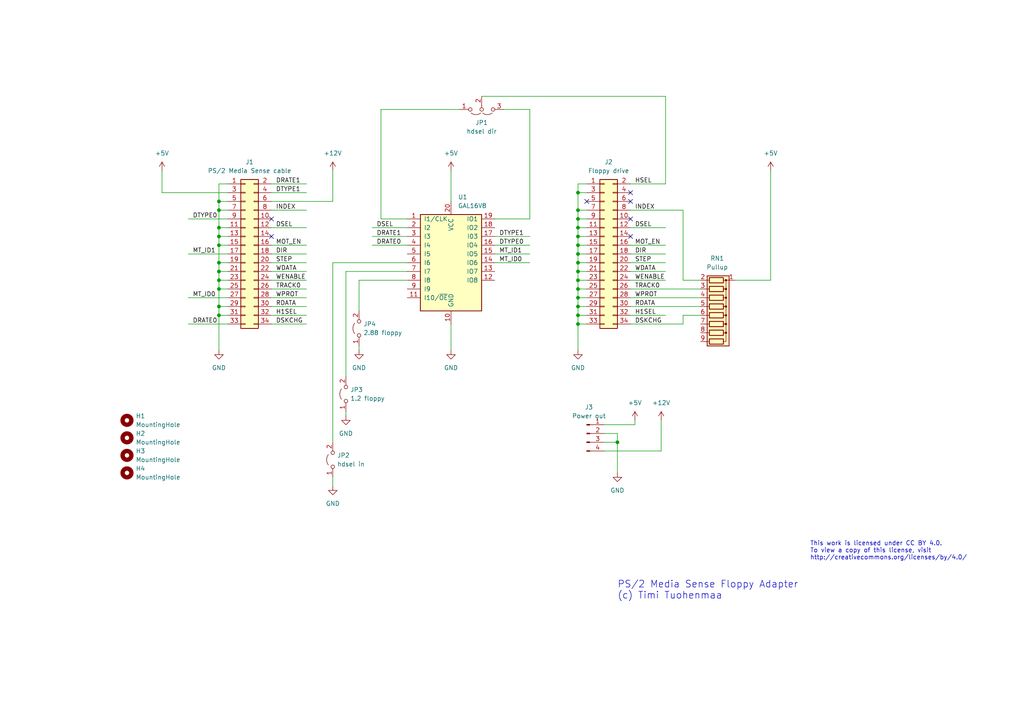
<source format=kicad_sch>
(kicad_sch (version 20211123) (generator eeschema)

  (uuid 10553f8d-45f4-4938-8132-13a63b23b97a)

  (paper "A4")

  (lib_symbols
    (symbol "Connector:Conn_01x04_Male" (pin_names (offset 1.016) hide) (in_bom yes) (on_board yes)
      (property "Reference" "J" (id 0) (at 0 5.08 0)
        (effects (font (size 1.27 1.27)))
      )
      (property "Value" "Conn_01x04_Male" (id 1) (at 0 -7.62 0)
        (effects (font (size 1.27 1.27)))
      )
      (property "Footprint" "" (id 2) (at 0 0 0)
        (effects (font (size 1.27 1.27)) hide)
      )
      (property "Datasheet" "~" (id 3) (at 0 0 0)
        (effects (font (size 1.27 1.27)) hide)
      )
      (property "ki_keywords" "connector" (id 4) (at 0 0 0)
        (effects (font (size 1.27 1.27)) hide)
      )
      (property "ki_description" "Generic connector, single row, 01x04, script generated (kicad-library-utils/schlib/autogen/connector/)" (id 5) (at 0 0 0)
        (effects (font (size 1.27 1.27)) hide)
      )
      (property "ki_fp_filters" "Connector*:*_1x??_*" (id 6) (at 0 0 0)
        (effects (font (size 1.27 1.27)) hide)
      )
      (symbol "Conn_01x04_Male_1_1"
        (polyline
          (pts
            (xy 1.27 -5.08)
            (xy 0.8636 -5.08)
          )
          (stroke (width 0.1524) (type default) (color 0 0 0 0))
          (fill (type none))
        )
        (polyline
          (pts
            (xy 1.27 -2.54)
            (xy 0.8636 -2.54)
          )
          (stroke (width 0.1524) (type default) (color 0 0 0 0))
          (fill (type none))
        )
        (polyline
          (pts
            (xy 1.27 0)
            (xy 0.8636 0)
          )
          (stroke (width 0.1524) (type default) (color 0 0 0 0))
          (fill (type none))
        )
        (polyline
          (pts
            (xy 1.27 2.54)
            (xy 0.8636 2.54)
          )
          (stroke (width 0.1524) (type default) (color 0 0 0 0))
          (fill (type none))
        )
        (rectangle (start 0.8636 -4.953) (end 0 -5.207)
          (stroke (width 0.1524) (type default) (color 0 0 0 0))
          (fill (type outline))
        )
        (rectangle (start 0.8636 -2.413) (end 0 -2.667)
          (stroke (width 0.1524) (type default) (color 0 0 0 0))
          (fill (type outline))
        )
        (rectangle (start 0.8636 0.127) (end 0 -0.127)
          (stroke (width 0.1524) (type default) (color 0 0 0 0))
          (fill (type outline))
        )
        (rectangle (start 0.8636 2.667) (end 0 2.413)
          (stroke (width 0.1524) (type default) (color 0 0 0 0))
          (fill (type outline))
        )
        (pin passive line (at 5.08 2.54 180) (length 3.81)
          (name "Pin_1" (effects (font (size 1.27 1.27))))
          (number "1" (effects (font (size 1.27 1.27))))
        )
        (pin passive line (at 5.08 0 180) (length 3.81)
          (name "Pin_2" (effects (font (size 1.27 1.27))))
          (number "2" (effects (font (size 1.27 1.27))))
        )
        (pin passive line (at 5.08 -2.54 180) (length 3.81)
          (name "Pin_3" (effects (font (size 1.27 1.27))))
          (number "3" (effects (font (size 1.27 1.27))))
        )
        (pin passive line (at 5.08 -5.08 180) (length 3.81)
          (name "Pin_4" (effects (font (size 1.27 1.27))))
          (number "4" (effects (font (size 1.27 1.27))))
        )
      )
    )
    (symbol "Connector_Generic:Conn_02x17_Odd_Even" (pin_names (offset 1.016) hide) (in_bom yes) (on_board yes)
      (property "Reference" "J" (id 0) (at 1.27 22.86 0)
        (effects (font (size 1.27 1.27)))
      )
      (property "Value" "Conn_02x17_Odd_Even" (id 1) (at 1.27 -22.86 0)
        (effects (font (size 1.27 1.27)))
      )
      (property "Footprint" "" (id 2) (at 0 0 0)
        (effects (font (size 1.27 1.27)) hide)
      )
      (property "Datasheet" "~" (id 3) (at 0 0 0)
        (effects (font (size 1.27 1.27)) hide)
      )
      (property "ki_keywords" "connector" (id 4) (at 0 0 0)
        (effects (font (size 1.27 1.27)) hide)
      )
      (property "ki_description" "Generic connector, double row, 02x17, odd/even pin numbering scheme (row 1 odd numbers, row 2 even numbers), script generated (kicad-library-utils/schlib/autogen/connector/)" (id 5) (at 0 0 0)
        (effects (font (size 1.27 1.27)) hide)
      )
      (property "ki_fp_filters" "Connector*:*_2x??_*" (id 6) (at 0 0 0)
        (effects (font (size 1.27 1.27)) hide)
      )
      (symbol "Conn_02x17_Odd_Even_1_1"
        (rectangle (start -1.27 -20.193) (end 0 -20.447)
          (stroke (width 0.1524) (type default) (color 0 0 0 0))
          (fill (type none))
        )
        (rectangle (start -1.27 -17.653) (end 0 -17.907)
          (stroke (width 0.1524) (type default) (color 0 0 0 0))
          (fill (type none))
        )
        (rectangle (start -1.27 -15.113) (end 0 -15.367)
          (stroke (width 0.1524) (type default) (color 0 0 0 0))
          (fill (type none))
        )
        (rectangle (start -1.27 -12.573) (end 0 -12.827)
          (stroke (width 0.1524) (type default) (color 0 0 0 0))
          (fill (type none))
        )
        (rectangle (start -1.27 -10.033) (end 0 -10.287)
          (stroke (width 0.1524) (type default) (color 0 0 0 0))
          (fill (type none))
        )
        (rectangle (start -1.27 -7.493) (end 0 -7.747)
          (stroke (width 0.1524) (type default) (color 0 0 0 0))
          (fill (type none))
        )
        (rectangle (start -1.27 -4.953) (end 0 -5.207)
          (stroke (width 0.1524) (type default) (color 0 0 0 0))
          (fill (type none))
        )
        (rectangle (start -1.27 -2.413) (end 0 -2.667)
          (stroke (width 0.1524) (type default) (color 0 0 0 0))
          (fill (type none))
        )
        (rectangle (start -1.27 0.127) (end 0 -0.127)
          (stroke (width 0.1524) (type default) (color 0 0 0 0))
          (fill (type none))
        )
        (rectangle (start -1.27 2.667) (end 0 2.413)
          (stroke (width 0.1524) (type default) (color 0 0 0 0))
          (fill (type none))
        )
        (rectangle (start -1.27 5.207) (end 0 4.953)
          (stroke (width 0.1524) (type default) (color 0 0 0 0))
          (fill (type none))
        )
        (rectangle (start -1.27 7.747) (end 0 7.493)
          (stroke (width 0.1524) (type default) (color 0 0 0 0))
          (fill (type none))
        )
        (rectangle (start -1.27 10.287) (end 0 10.033)
          (stroke (width 0.1524) (type default) (color 0 0 0 0))
          (fill (type none))
        )
        (rectangle (start -1.27 12.827) (end 0 12.573)
          (stroke (width 0.1524) (type default) (color 0 0 0 0))
          (fill (type none))
        )
        (rectangle (start -1.27 15.367) (end 0 15.113)
          (stroke (width 0.1524) (type default) (color 0 0 0 0))
          (fill (type none))
        )
        (rectangle (start -1.27 17.907) (end 0 17.653)
          (stroke (width 0.1524) (type default) (color 0 0 0 0))
          (fill (type none))
        )
        (rectangle (start -1.27 20.447) (end 0 20.193)
          (stroke (width 0.1524) (type default) (color 0 0 0 0))
          (fill (type none))
        )
        (rectangle (start -1.27 21.59) (end 3.81 -21.59)
          (stroke (width 0.254) (type default) (color 0 0 0 0))
          (fill (type background))
        )
        (rectangle (start 3.81 -20.193) (end 2.54 -20.447)
          (stroke (width 0.1524) (type default) (color 0 0 0 0))
          (fill (type none))
        )
        (rectangle (start 3.81 -17.653) (end 2.54 -17.907)
          (stroke (width 0.1524) (type default) (color 0 0 0 0))
          (fill (type none))
        )
        (rectangle (start 3.81 -15.113) (end 2.54 -15.367)
          (stroke (width 0.1524) (type default) (color 0 0 0 0))
          (fill (type none))
        )
        (rectangle (start 3.81 -12.573) (end 2.54 -12.827)
          (stroke (width 0.1524) (type default) (color 0 0 0 0))
          (fill (type none))
        )
        (rectangle (start 3.81 -10.033) (end 2.54 -10.287)
          (stroke (width 0.1524) (type default) (color 0 0 0 0))
          (fill (type none))
        )
        (rectangle (start 3.81 -7.493) (end 2.54 -7.747)
          (stroke (width 0.1524) (type default) (color 0 0 0 0))
          (fill (type none))
        )
        (rectangle (start 3.81 -4.953) (end 2.54 -5.207)
          (stroke (width 0.1524) (type default) (color 0 0 0 0))
          (fill (type none))
        )
        (rectangle (start 3.81 -2.413) (end 2.54 -2.667)
          (stroke (width 0.1524) (type default) (color 0 0 0 0))
          (fill (type none))
        )
        (rectangle (start 3.81 0.127) (end 2.54 -0.127)
          (stroke (width 0.1524) (type default) (color 0 0 0 0))
          (fill (type none))
        )
        (rectangle (start 3.81 2.667) (end 2.54 2.413)
          (stroke (width 0.1524) (type default) (color 0 0 0 0))
          (fill (type none))
        )
        (rectangle (start 3.81 5.207) (end 2.54 4.953)
          (stroke (width 0.1524) (type default) (color 0 0 0 0))
          (fill (type none))
        )
        (rectangle (start 3.81 7.747) (end 2.54 7.493)
          (stroke (width 0.1524) (type default) (color 0 0 0 0))
          (fill (type none))
        )
        (rectangle (start 3.81 10.287) (end 2.54 10.033)
          (stroke (width 0.1524) (type default) (color 0 0 0 0))
          (fill (type none))
        )
        (rectangle (start 3.81 12.827) (end 2.54 12.573)
          (stroke (width 0.1524) (type default) (color 0 0 0 0))
          (fill (type none))
        )
        (rectangle (start 3.81 15.367) (end 2.54 15.113)
          (stroke (width 0.1524) (type default) (color 0 0 0 0))
          (fill (type none))
        )
        (rectangle (start 3.81 17.907) (end 2.54 17.653)
          (stroke (width 0.1524) (type default) (color 0 0 0 0))
          (fill (type none))
        )
        (rectangle (start 3.81 20.447) (end 2.54 20.193)
          (stroke (width 0.1524) (type default) (color 0 0 0 0))
          (fill (type none))
        )
        (pin passive line (at -5.08 20.32 0) (length 3.81)
          (name "Pin_1" (effects (font (size 1.27 1.27))))
          (number "1" (effects (font (size 1.27 1.27))))
        )
        (pin passive line (at 7.62 10.16 180) (length 3.81)
          (name "Pin_10" (effects (font (size 1.27 1.27))))
          (number "10" (effects (font (size 1.27 1.27))))
        )
        (pin passive line (at -5.08 7.62 0) (length 3.81)
          (name "Pin_11" (effects (font (size 1.27 1.27))))
          (number "11" (effects (font (size 1.27 1.27))))
        )
        (pin passive line (at 7.62 7.62 180) (length 3.81)
          (name "Pin_12" (effects (font (size 1.27 1.27))))
          (number "12" (effects (font (size 1.27 1.27))))
        )
        (pin passive line (at -5.08 5.08 0) (length 3.81)
          (name "Pin_13" (effects (font (size 1.27 1.27))))
          (number "13" (effects (font (size 1.27 1.27))))
        )
        (pin passive line (at 7.62 5.08 180) (length 3.81)
          (name "Pin_14" (effects (font (size 1.27 1.27))))
          (number "14" (effects (font (size 1.27 1.27))))
        )
        (pin passive line (at -5.08 2.54 0) (length 3.81)
          (name "Pin_15" (effects (font (size 1.27 1.27))))
          (number "15" (effects (font (size 1.27 1.27))))
        )
        (pin passive line (at 7.62 2.54 180) (length 3.81)
          (name "Pin_16" (effects (font (size 1.27 1.27))))
          (number "16" (effects (font (size 1.27 1.27))))
        )
        (pin passive line (at -5.08 0 0) (length 3.81)
          (name "Pin_17" (effects (font (size 1.27 1.27))))
          (number "17" (effects (font (size 1.27 1.27))))
        )
        (pin passive line (at 7.62 0 180) (length 3.81)
          (name "Pin_18" (effects (font (size 1.27 1.27))))
          (number "18" (effects (font (size 1.27 1.27))))
        )
        (pin passive line (at -5.08 -2.54 0) (length 3.81)
          (name "Pin_19" (effects (font (size 1.27 1.27))))
          (number "19" (effects (font (size 1.27 1.27))))
        )
        (pin passive line (at 7.62 20.32 180) (length 3.81)
          (name "Pin_2" (effects (font (size 1.27 1.27))))
          (number "2" (effects (font (size 1.27 1.27))))
        )
        (pin passive line (at 7.62 -2.54 180) (length 3.81)
          (name "Pin_20" (effects (font (size 1.27 1.27))))
          (number "20" (effects (font (size 1.27 1.27))))
        )
        (pin passive line (at -5.08 -5.08 0) (length 3.81)
          (name "Pin_21" (effects (font (size 1.27 1.27))))
          (number "21" (effects (font (size 1.27 1.27))))
        )
        (pin passive line (at 7.62 -5.08 180) (length 3.81)
          (name "Pin_22" (effects (font (size 1.27 1.27))))
          (number "22" (effects (font (size 1.27 1.27))))
        )
        (pin passive line (at -5.08 -7.62 0) (length 3.81)
          (name "Pin_23" (effects (font (size 1.27 1.27))))
          (number "23" (effects (font (size 1.27 1.27))))
        )
        (pin passive line (at 7.62 -7.62 180) (length 3.81)
          (name "Pin_24" (effects (font (size 1.27 1.27))))
          (number "24" (effects (font (size 1.27 1.27))))
        )
        (pin passive line (at -5.08 -10.16 0) (length 3.81)
          (name "Pin_25" (effects (font (size 1.27 1.27))))
          (number "25" (effects (font (size 1.27 1.27))))
        )
        (pin passive line (at 7.62 -10.16 180) (length 3.81)
          (name "Pin_26" (effects (font (size 1.27 1.27))))
          (number "26" (effects (font (size 1.27 1.27))))
        )
        (pin passive line (at -5.08 -12.7 0) (length 3.81)
          (name "Pin_27" (effects (font (size 1.27 1.27))))
          (number "27" (effects (font (size 1.27 1.27))))
        )
        (pin passive line (at 7.62 -12.7 180) (length 3.81)
          (name "Pin_28" (effects (font (size 1.27 1.27))))
          (number "28" (effects (font (size 1.27 1.27))))
        )
        (pin passive line (at -5.08 -15.24 0) (length 3.81)
          (name "Pin_29" (effects (font (size 1.27 1.27))))
          (number "29" (effects (font (size 1.27 1.27))))
        )
        (pin passive line (at -5.08 17.78 0) (length 3.81)
          (name "Pin_3" (effects (font (size 1.27 1.27))))
          (number "3" (effects (font (size 1.27 1.27))))
        )
        (pin passive line (at 7.62 -15.24 180) (length 3.81)
          (name "Pin_30" (effects (font (size 1.27 1.27))))
          (number "30" (effects (font (size 1.27 1.27))))
        )
        (pin passive line (at -5.08 -17.78 0) (length 3.81)
          (name "Pin_31" (effects (font (size 1.27 1.27))))
          (number "31" (effects (font (size 1.27 1.27))))
        )
        (pin passive line (at 7.62 -17.78 180) (length 3.81)
          (name "Pin_32" (effects (font (size 1.27 1.27))))
          (number "32" (effects (font (size 1.27 1.27))))
        )
        (pin passive line (at -5.08 -20.32 0) (length 3.81)
          (name "Pin_33" (effects (font (size 1.27 1.27))))
          (number "33" (effects (font (size 1.27 1.27))))
        )
        (pin passive line (at 7.62 -20.32 180) (length 3.81)
          (name "Pin_34" (effects (font (size 1.27 1.27))))
          (number "34" (effects (font (size 1.27 1.27))))
        )
        (pin passive line (at 7.62 17.78 180) (length 3.81)
          (name "Pin_4" (effects (font (size 1.27 1.27))))
          (number "4" (effects (font (size 1.27 1.27))))
        )
        (pin passive line (at -5.08 15.24 0) (length 3.81)
          (name "Pin_5" (effects (font (size 1.27 1.27))))
          (number "5" (effects (font (size 1.27 1.27))))
        )
        (pin passive line (at 7.62 15.24 180) (length 3.81)
          (name "Pin_6" (effects (font (size 1.27 1.27))))
          (number "6" (effects (font (size 1.27 1.27))))
        )
        (pin passive line (at -5.08 12.7 0) (length 3.81)
          (name "Pin_7" (effects (font (size 1.27 1.27))))
          (number "7" (effects (font (size 1.27 1.27))))
        )
        (pin passive line (at 7.62 12.7 180) (length 3.81)
          (name "Pin_8" (effects (font (size 1.27 1.27))))
          (number "8" (effects (font (size 1.27 1.27))))
        )
        (pin passive line (at -5.08 10.16 0) (length 3.81)
          (name "Pin_9" (effects (font (size 1.27 1.27))))
          (number "9" (effects (font (size 1.27 1.27))))
        )
      )
    )
    (symbol "Device:R_Network08" (pin_names (offset 0) hide) (in_bom yes) (on_board yes)
      (property "Reference" "RN" (id 0) (at -12.7 0 90)
        (effects (font (size 1.27 1.27)))
      )
      (property "Value" "R_Network08" (id 1) (at 10.16 0 90)
        (effects (font (size 1.27 1.27)))
      )
      (property "Footprint" "Resistor_THT:R_Array_SIP9" (id 2) (at 12.065 0 90)
        (effects (font (size 1.27 1.27)) hide)
      )
      (property "Datasheet" "http://www.vishay.com/docs/31509/csc.pdf" (id 3) (at 0 0 0)
        (effects (font (size 1.27 1.27)) hide)
      )
      (property "ki_keywords" "R network star-topology" (id 4) (at 0 0 0)
        (effects (font (size 1.27 1.27)) hide)
      )
      (property "ki_description" "8 resistor network, star topology, bussed resistors, small symbol" (id 5) (at 0 0 0)
        (effects (font (size 1.27 1.27)) hide)
      )
      (property "ki_fp_filters" "R?Array?SIP*" (id 6) (at 0 0 0)
        (effects (font (size 1.27 1.27)) hide)
      )
      (symbol "R_Network08_0_1"
        (rectangle (start -11.43 -3.175) (end 8.89 3.175)
          (stroke (width 0.254) (type default) (color 0 0 0 0))
          (fill (type background))
        )
        (rectangle (start -10.922 1.524) (end -9.398 -2.54)
          (stroke (width 0.254) (type default) (color 0 0 0 0))
          (fill (type none))
        )
        (circle (center -10.16 2.286) (radius 0.254)
          (stroke (width 0) (type default) (color 0 0 0 0))
          (fill (type outline))
        )
        (rectangle (start -8.382 1.524) (end -6.858 -2.54)
          (stroke (width 0.254) (type default) (color 0 0 0 0))
          (fill (type none))
        )
        (circle (center -7.62 2.286) (radius 0.254)
          (stroke (width 0) (type default) (color 0 0 0 0))
          (fill (type outline))
        )
        (rectangle (start -5.842 1.524) (end -4.318 -2.54)
          (stroke (width 0.254) (type default) (color 0 0 0 0))
          (fill (type none))
        )
        (circle (center -5.08 2.286) (radius 0.254)
          (stroke (width 0) (type default) (color 0 0 0 0))
          (fill (type outline))
        )
        (rectangle (start -3.302 1.524) (end -1.778 -2.54)
          (stroke (width 0.254) (type default) (color 0 0 0 0))
          (fill (type none))
        )
        (circle (center -2.54 2.286) (radius 0.254)
          (stroke (width 0) (type default) (color 0 0 0 0))
          (fill (type outline))
        )
        (rectangle (start -0.762 1.524) (end 0.762 -2.54)
          (stroke (width 0.254) (type default) (color 0 0 0 0))
          (fill (type none))
        )
        (polyline
          (pts
            (xy -10.16 -2.54)
            (xy -10.16 -3.81)
          )
          (stroke (width 0) (type default) (color 0 0 0 0))
          (fill (type none))
        )
        (polyline
          (pts
            (xy -7.62 -2.54)
            (xy -7.62 -3.81)
          )
          (stroke (width 0) (type default) (color 0 0 0 0))
          (fill (type none))
        )
        (polyline
          (pts
            (xy -5.08 -2.54)
            (xy -5.08 -3.81)
          )
          (stroke (width 0) (type default) (color 0 0 0 0))
          (fill (type none))
        )
        (polyline
          (pts
            (xy -2.54 -2.54)
            (xy -2.54 -3.81)
          )
          (stroke (width 0) (type default) (color 0 0 0 0))
          (fill (type none))
        )
        (polyline
          (pts
            (xy 0 -2.54)
            (xy 0 -3.81)
          )
          (stroke (width 0) (type default) (color 0 0 0 0))
          (fill (type none))
        )
        (polyline
          (pts
            (xy 2.54 -2.54)
            (xy 2.54 -3.81)
          )
          (stroke (width 0) (type default) (color 0 0 0 0))
          (fill (type none))
        )
        (polyline
          (pts
            (xy 5.08 -2.54)
            (xy 5.08 -3.81)
          )
          (stroke (width 0) (type default) (color 0 0 0 0))
          (fill (type none))
        )
        (polyline
          (pts
            (xy 7.62 -2.54)
            (xy 7.62 -3.81)
          )
          (stroke (width 0) (type default) (color 0 0 0 0))
          (fill (type none))
        )
        (polyline
          (pts
            (xy -10.16 1.524)
            (xy -10.16 2.286)
            (xy -7.62 2.286)
            (xy -7.62 1.524)
          )
          (stroke (width 0) (type default) (color 0 0 0 0))
          (fill (type none))
        )
        (polyline
          (pts
            (xy -7.62 1.524)
            (xy -7.62 2.286)
            (xy -5.08 2.286)
            (xy -5.08 1.524)
          )
          (stroke (width 0) (type default) (color 0 0 0 0))
          (fill (type none))
        )
        (polyline
          (pts
            (xy -5.08 1.524)
            (xy -5.08 2.286)
            (xy -2.54 2.286)
            (xy -2.54 1.524)
          )
          (stroke (width 0) (type default) (color 0 0 0 0))
          (fill (type none))
        )
        (polyline
          (pts
            (xy -2.54 1.524)
            (xy -2.54 2.286)
            (xy 0 2.286)
            (xy 0 1.524)
          )
          (stroke (width 0) (type default) (color 0 0 0 0))
          (fill (type none))
        )
        (polyline
          (pts
            (xy 0 1.524)
            (xy 0 2.286)
            (xy 2.54 2.286)
            (xy 2.54 1.524)
          )
          (stroke (width 0) (type default) (color 0 0 0 0))
          (fill (type none))
        )
        (polyline
          (pts
            (xy 2.54 1.524)
            (xy 2.54 2.286)
            (xy 5.08 2.286)
            (xy 5.08 1.524)
          )
          (stroke (width 0) (type default) (color 0 0 0 0))
          (fill (type none))
        )
        (polyline
          (pts
            (xy 5.08 1.524)
            (xy 5.08 2.286)
            (xy 7.62 2.286)
            (xy 7.62 1.524)
          )
          (stroke (width 0) (type default) (color 0 0 0 0))
          (fill (type none))
        )
        (circle (center 0 2.286) (radius 0.254)
          (stroke (width 0) (type default) (color 0 0 0 0))
          (fill (type outline))
        )
        (rectangle (start 1.778 1.524) (end 3.302 -2.54)
          (stroke (width 0.254) (type default) (color 0 0 0 0))
          (fill (type none))
        )
        (circle (center 2.54 2.286) (radius 0.254)
          (stroke (width 0) (type default) (color 0 0 0 0))
          (fill (type outline))
        )
        (rectangle (start 4.318 1.524) (end 5.842 -2.54)
          (stroke (width 0.254) (type default) (color 0 0 0 0))
          (fill (type none))
        )
        (circle (center 5.08 2.286) (radius 0.254)
          (stroke (width 0) (type default) (color 0 0 0 0))
          (fill (type outline))
        )
        (rectangle (start 6.858 1.524) (end 8.382 -2.54)
          (stroke (width 0.254) (type default) (color 0 0 0 0))
          (fill (type none))
        )
      )
      (symbol "R_Network08_1_1"
        (pin passive line (at -10.16 5.08 270) (length 2.54)
          (name "common" (effects (font (size 1.27 1.27))))
          (number "1" (effects (font (size 1.27 1.27))))
        )
        (pin passive line (at -10.16 -5.08 90) (length 1.27)
          (name "R1" (effects (font (size 1.27 1.27))))
          (number "2" (effects (font (size 1.27 1.27))))
        )
        (pin passive line (at -7.62 -5.08 90) (length 1.27)
          (name "R2" (effects (font (size 1.27 1.27))))
          (number "3" (effects (font (size 1.27 1.27))))
        )
        (pin passive line (at -5.08 -5.08 90) (length 1.27)
          (name "R3" (effects (font (size 1.27 1.27))))
          (number "4" (effects (font (size 1.27 1.27))))
        )
        (pin passive line (at -2.54 -5.08 90) (length 1.27)
          (name "R4" (effects (font (size 1.27 1.27))))
          (number "5" (effects (font (size 1.27 1.27))))
        )
        (pin passive line (at 0 -5.08 90) (length 1.27)
          (name "R5" (effects (font (size 1.27 1.27))))
          (number "6" (effects (font (size 1.27 1.27))))
        )
        (pin passive line (at 2.54 -5.08 90) (length 1.27)
          (name "R6" (effects (font (size 1.27 1.27))))
          (number "7" (effects (font (size 1.27 1.27))))
        )
        (pin passive line (at 5.08 -5.08 90) (length 1.27)
          (name "R7" (effects (font (size 1.27 1.27))))
          (number "8" (effects (font (size 1.27 1.27))))
        )
        (pin passive line (at 7.62 -5.08 90) (length 1.27)
          (name "R8" (effects (font (size 1.27 1.27))))
          (number "9" (effects (font (size 1.27 1.27))))
        )
      )
    )
    (symbol "Jumper:Jumper_2_Open" (pin_names (offset 0) hide) (in_bom yes) (on_board yes)
      (property "Reference" "JP" (id 0) (at 0 2.794 0)
        (effects (font (size 1.27 1.27)))
      )
      (property "Value" "Jumper_2_Open" (id 1) (at 0 -2.286 0)
        (effects (font (size 1.27 1.27)))
      )
      (property "Footprint" "" (id 2) (at 0 0 0)
        (effects (font (size 1.27 1.27)) hide)
      )
      (property "Datasheet" "~" (id 3) (at 0 0 0)
        (effects (font (size 1.27 1.27)) hide)
      )
      (property "ki_keywords" "Jumper SPST" (id 4) (at 0 0 0)
        (effects (font (size 1.27 1.27)) hide)
      )
      (property "ki_description" "Jumper, 2-pole, open" (id 5) (at 0 0 0)
        (effects (font (size 1.27 1.27)) hide)
      )
      (property "ki_fp_filters" "Jumper* TestPoint*2Pads* TestPoint*Bridge*" (id 6) (at 0 0 0)
        (effects (font (size 1.27 1.27)) hide)
      )
      (symbol "Jumper_2_Open_0_0"
        (circle (center -2.032 0) (radius 0.508)
          (stroke (width 0) (type default) (color 0 0 0 0))
          (fill (type none))
        )
        (circle (center 2.032 0) (radius 0.508)
          (stroke (width 0) (type default) (color 0 0 0 0))
          (fill (type none))
        )
      )
      (symbol "Jumper_2_Open_0_1"
        (arc (start 1.524 1.27) (mid 0 1.778) (end -1.524 1.27)
          (stroke (width 0) (type default) (color 0 0 0 0))
          (fill (type none))
        )
      )
      (symbol "Jumper_2_Open_1_1"
        (pin passive line (at -5.08 0 0) (length 2.54)
          (name "A" (effects (font (size 1.27 1.27))))
          (number "1" (effects (font (size 1.27 1.27))))
        )
        (pin passive line (at 5.08 0 180) (length 2.54)
          (name "B" (effects (font (size 1.27 1.27))))
          (number "2" (effects (font (size 1.27 1.27))))
        )
      )
    )
    (symbol "Jumper:Jumper_3_Open" (pin_names (offset 0) hide) (in_bom yes) (on_board yes)
      (property "Reference" "JP" (id 0) (at -2.54 -2.54 0)
        (effects (font (size 1.27 1.27)))
      )
      (property "Value" "Jumper_3_Open" (id 1) (at 0 2.794 0)
        (effects (font (size 1.27 1.27)))
      )
      (property "Footprint" "" (id 2) (at 0 0 0)
        (effects (font (size 1.27 1.27)) hide)
      )
      (property "Datasheet" "~" (id 3) (at 0 0 0)
        (effects (font (size 1.27 1.27)) hide)
      )
      (property "ki_keywords" "Jumper SPDT" (id 4) (at 0 0 0)
        (effects (font (size 1.27 1.27)) hide)
      )
      (property "ki_description" "Jumper, 3-pole, both open" (id 5) (at 0 0 0)
        (effects (font (size 1.27 1.27)) hide)
      )
      (property "ki_fp_filters" "Jumper* TestPoint*3Pads* TestPoint*Bridge*" (id 6) (at 0 0 0)
        (effects (font (size 1.27 1.27)) hide)
      )
      (symbol "Jumper_3_Open_0_0"
        (circle (center -3.302 0) (radius 0.508)
          (stroke (width 0) (type default) (color 0 0 0 0))
          (fill (type none))
        )
        (circle (center 0 0) (radius 0.508)
          (stroke (width 0) (type default) (color 0 0 0 0))
          (fill (type none))
        )
        (circle (center 3.302 0) (radius 0.508)
          (stroke (width 0) (type default) (color 0 0 0 0))
          (fill (type none))
        )
      )
      (symbol "Jumper_3_Open_0_1"
        (arc (start -0.254 1.016) (mid -1.651 1.4992) (end -3.048 1.016)
          (stroke (width 0) (type default) (color 0 0 0 0))
          (fill (type none))
        )
        (polyline
          (pts
            (xy 0 -0.508)
            (xy 0 -1.27)
          )
          (stroke (width 0) (type default) (color 0 0 0 0))
          (fill (type none))
        )
        (arc (start 3.048 1.016) (mid 1.651 1.4992) (end 0.254 1.016)
          (stroke (width 0) (type default) (color 0 0 0 0))
          (fill (type none))
        )
      )
      (symbol "Jumper_3_Open_1_1"
        (pin passive line (at -6.35 0 0) (length 2.54)
          (name "A" (effects (font (size 1.27 1.27))))
          (number "1" (effects (font (size 1.27 1.27))))
        )
        (pin passive line (at 0 -3.81 90) (length 2.54)
          (name "C" (effects (font (size 1.27 1.27))))
          (number "2" (effects (font (size 1.27 1.27))))
        )
        (pin passive line (at 6.35 0 180) (length 2.54)
          (name "B" (effects (font (size 1.27 1.27))))
          (number "3" (effects (font (size 1.27 1.27))))
        )
      )
    )
    (symbol "Logic_Programmable:GAL16V8" (pin_names (offset 1.016)) (in_bom yes) (on_board yes)
      (property "Reference" "U" (id 0) (at -8.89 16.51 0)
        (effects (font (size 1.27 1.27)) (justify left))
      )
      (property "Value" "GAL16V8" (id 1) (at 1.27 16.51 0)
        (effects (font (size 1.27 1.27)) (justify left))
      )
      (property "Footprint" "" (id 2) (at 0 0 0)
        (effects (font (size 1.27 1.27)) hide)
      )
      (property "Datasheet" "" (id 3) (at 0 0 0)
        (effects (font (size 1.27 1.27)) hide)
      )
      (property "ki_keywords" "GAL PLD 16V8" (id 4) (at 0 0 0)
        (effects (font (size 1.27 1.27)) hide)
      )
      (property "ki_description" "Programmable Logic Array, DIP-20/SOIC-20/PLCC-20" (id 5) (at 0 0 0)
        (effects (font (size 1.27 1.27)) hide)
      )
      (property "ki_fp_filters" "DIP* PDIP* SOIC* SO* PLCC*" (id 6) (at 0 0 0)
        (effects (font (size 1.27 1.27)) hide)
      )
      (symbol "GAL16V8_0_0"
        (pin power_in line (at 0 -17.78 90) (length 3.81)
          (name "GND" (effects (font (size 1.27 1.27))))
          (number "10" (effects (font (size 1.27 1.27))))
        )
        (pin power_in line (at 0 17.78 270) (length 3.81)
          (name "VCC" (effects (font (size 1.27 1.27))))
          (number "20" (effects (font (size 1.27 1.27))))
        )
      )
      (symbol "GAL16V8_0_1"
        (rectangle (start -8.89 13.97) (end 8.89 -13.97)
          (stroke (width 0.254) (type default) (color 0 0 0 0))
          (fill (type background))
        )
      )
      (symbol "GAL16V8_1_1"
        (pin input line (at -12.7 12.7 0) (length 3.81)
          (name "I1/CLK" (effects (font (size 1.27 1.27))))
          (number "1" (effects (font (size 1.27 1.27))))
        )
        (pin input line (at -12.7 -10.16 0) (length 3.81)
          (name "I10/~{OE}" (effects (font (size 1.27 1.27))))
          (number "11" (effects (font (size 1.27 1.27))))
        )
        (pin tri_state line (at 12.7 -5.08 180) (length 3.81)
          (name "IO8" (effects (font (size 1.27 1.27))))
          (number "12" (effects (font (size 1.27 1.27))))
        )
        (pin tri_state line (at 12.7 -2.54 180) (length 3.81)
          (name "IO7" (effects (font (size 1.27 1.27))))
          (number "13" (effects (font (size 1.27 1.27))))
        )
        (pin tri_state line (at 12.7 0 180) (length 3.81)
          (name "IO6" (effects (font (size 1.27 1.27))))
          (number "14" (effects (font (size 1.27 1.27))))
        )
        (pin tri_state line (at 12.7 2.54 180) (length 3.81)
          (name "IO5" (effects (font (size 1.27 1.27))))
          (number "15" (effects (font (size 1.27 1.27))))
        )
        (pin tri_state line (at 12.7 5.08 180) (length 3.81)
          (name "IO4" (effects (font (size 1.27 1.27))))
          (number "16" (effects (font (size 1.27 1.27))))
        )
        (pin tri_state line (at 12.7 7.62 180) (length 3.81)
          (name "I03" (effects (font (size 1.27 1.27))))
          (number "17" (effects (font (size 1.27 1.27))))
        )
        (pin tri_state line (at 12.7 10.16 180) (length 3.81)
          (name "IO2" (effects (font (size 1.27 1.27))))
          (number "18" (effects (font (size 1.27 1.27))))
        )
        (pin tri_state line (at 12.7 12.7 180) (length 3.81)
          (name "IO1" (effects (font (size 1.27 1.27))))
          (number "19" (effects (font (size 1.27 1.27))))
        )
        (pin input line (at -12.7 10.16 0) (length 3.81)
          (name "I2" (effects (font (size 1.27 1.27))))
          (number "2" (effects (font (size 1.27 1.27))))
        )
        (pin input line (at -12.7 7.62 0) (length 3.81)
          (name "I3" (effects (font (size 1.27 1.27))))
          (number "3" (effects (font (size 1.27 1.27))))
        )
        (pin input line (at -12.7 5.08 0) (length 3.81)
          (name "I4" (effects (font (size 1.27 1.27))))
          (number "4" (effects (font (size 1.27 1.27))))
        )
        (pin input line (at -12.7 2.54 0) (length 3.81)
          (name "I5" (effects (font (size 1.27 1.27))))
          (number "5" (effects (font (size 1.27 1.27))))
        )
        (pin input line (at -12.7 0 0) (length 3.81)
          (name "I6" (effects (font (size 1.27 1.27))))
          (number "6" (effects (font (size 1.27 1.27))))
        )
        (pin input line (at -12.7 -2.54 0) (length 3.81)
          (name "I7" (effects (font (size 1.27 1.27))))
          (number "7" (effects (font (size 1.27 1.27))))
        )
        (pin input line (at -12.7 -5.08 0) (length 3.81)
          (name "I8" (effects (font (size 1.27 1.27))))
          (number "8" (effects (font (size 1.27 1.27))))
        )
        (pin input line (at -12.7 -7.62 0) (length 3.81)
          (name "I9" (effects (font (size 1.27 1.27))))
          (number "9" (effects (font (size 1.27 1.27))))
        )
      )
    )
    (symbol "Mechanical:MountingHole" (pin_names (offset 1.016)) (in_bom yes) (on_board yes)
      (property "Reference" "H" (id 0) (at 0 5.08 0)
        (effects (font (size 1.27 1.27)))
      )
      (property "Value" "MountingHole" (id 1) (at 0 3.175 0)
        (effects (font (size 1.27 1.27)))
      )
      (property "Footprint" "" (id 2) (at 0 0 0)
        (effects (font (size 1.27 1.27)) hide)
      )
      (property "Datasheet" "~" (id 3) (at 0 0 0)
        (effects (font (size 1.27 1.27)) hide)
      )
      (property "ki_keywords" "mounting hole" (id 4) (at 0 0 0)
        (effects (font (size 1.27 1.27)) hide)
      )
      (property "ki_description" "Mounting Hole without connection" (id 5) (at 0 0 0)
        (effects (font (size 1.27 1.27)) hide)
      )
      (property "ki_fp_filters" "MountingHole*" (id 6) (at 0 0 0)
        (effects (font (size 1.27 1.27)) hide)
      )
      (symbol "MountingHole_0_1"
        (circle (center 0 0) (radius 1.27)
          (stroke (width 1.27) (type default) (color 0 0 0 0))
          (fill (type none))
        )
      )
    )
    (symbol "power:+12V" (power) (pin_names (offset 0)) (in_bom yes) (on_board yes)
      (property "Reference" "#PWR" (id 0) (at 0 -3.81 0)
        (effects (font (size 1.27 1.27)) hide)
      )
      (property "Value" "+12V" (id 1) (at 0 3.556 0)
        (effects (font (size 1.27 1.27)))
      )
      (property "Footprint" "" (id 2) (at 0 0 0)
        (effects (font (size 1.27 1.27)) hide)
      )
      (property "Datasheet" "" (id 3) (at 0 0 0)
        (effects (font (size 1.27 1.27)) hide)
      )
      (property "ki_keywords" "global power" (id 4) (at 0 0 0)
        (effects (font (size 1.27 1.27)) hide)
      )
      (property "ki_description" "Power symbol creates a global label with name \"+12V\"" (id 5) (at 0 0 0)
        (effects (font (size 1.27 1.27)) hide)
      )
      (symbol "+12V_0_1"
        (polyline
          (pts
            (xy -0.762 1.27)
            (xy 0 2.54)
          )
          (stroke (width 0) (type default) (color 0 0 0 0))
          (fill (type none))
        )
        (polyline
          (pts
            (xy 0 0)
            (xy 0 2.54)
          )
          (stroke (width 0) (type default) (color 0 0 0 0))
          (fill (type none))
        )
        (polyline
          (pts
            (xy 0 2.54)
            (xy 0.762 1.27)
          )
          (stroke (width 0) (type default) (color 0 0 0 0))
          (fill (type none))
        )
      )
      (symbol "+12V_1_1"
        (pin power_in line (at 0 0 90) (length 0) hide
          (name "+12V" (effects (font (size 1.27 1.27))))
          (number "1" (effects (font (size 1.27 1.27))))
        )
      )
    )
    (symbol "power:+5V" (power) (pin_names (offset 0)) (in_bom yes) (on_board yes)
      (property "Reference" "#PWR" (id 0) (at 0 -3.81 0)
        (effects (font (size 1.27 1.27)) hide)
      )
      (property "Value" "+5V" (id 1) (at 0 3.556 0)
        (effects (font (size 1.27 1.27)))
      )
      (property "Footprint" "" (id 2) (at 0 0 0)
        (effects (font (size 1.27 1.27)) hide)
      )
      (property "Datasheet" "" (id 3) (at 0 0 0)
        (effects (font (size 1.27 1.27)) hide)
      )
      (property "ki_keywords" "global power" (id 4) (at 0 0 0)
        (effects (font (size 1.27 1.27)) hide)
      )
      (property "ki_description" "Power symbol creates a global label with name \"+5V\"" (id 5) (at 0 0 0)
        (effects (font (size 1.27 1.27)) hide)
      )
      (symbol "+5V_0_1"
        (polyline
          (pts
            (xy -0.762 1.27)
            (xy 0 2.54)
          )
          (stroke (width 0) (type default) (color 0 0 0 0))
          (fill (type none))
        )
        (polyline
          (pts
            (xy 0 0)
            (xy 0 2.54)
          )
          (stroke (width 0) (type default) (color 0 0 0 0))
          (fill (type none))
        )
        (polyline
          (pts
            (xy 0 2.54)
            (xy 0.762 1.27)
          )
          (stroke (width 0) (type default) (color 0 0 0 0))
          (fill (type none))
        )
      )
      (symbol "+5V_1_1"
        (pin power_in line (at 0 0 90) (length 0) hide
          (name "+5V" (effects (font (size 1.27 1.27))))
          (number "1" (effects (font (size 1.27 1.27))))
        )
      )
    )
    (symbol "power:GND" (power) (pin_names (offset 0)) (in_bom yes) (on_board yes)
      (property "Reference" "#PWR" (id 0) (at 0 -6.35 0)
        (effects (font (size 1.27 1.27)) hide)
      )
      (property "Value" "GND" (id 1) (at 0 -3.81 0)
        (effects (font (size 1.27 1.27)))
      )
      (property "Footprint" "" (id 2) (at 0 0 0)
        (effects (font (size 1.27 1.27)) hide)
      )
      (property "Datasheet" "" (id 3) (at 0 0 0)
        (effects (font (size 1.27 1.27)) hide)
      )
      (property "ki_keywords" "global power" (id 4) (at 0 0 0)
        (effects (font (size 1.27 1.27)) hide)
      )
      (property "ki_description" "Power symbol creates a global label with name \"GND\" , ground" (id 5) (at 0 0 0)
        (effects (font (size 1.27 1.27)) hide)
      )
      (symbol "GND_0_1"
        (polyline
          (pts
            (xy 0 0)
            (xy 0 -1.27)
            (xy 1.27 -1.27)
            (xy 0 -2.54)
            (xy -1.27 -1.27)
            (xy 0 -1.27)
          )
          (stroke (width 0) (type default) (color 0 0 0 0))
          (fill (type none))
        )
      )
      (symbol "GND_1_1"
        (pin power_in line (at 0 0 270) (length 0) hide
          (name "GND" (effects (font (size 1.27 1.27))))
          (number "1" (effects (font (size 1.27 1.27))))
        )
      )
    )
  )

  (junction (at 63.5 91.44) (diameter 0) (color 0 0 0 0)
    (uuid 0fa7454b-1de3-4de1-b732-8e5bd57d6e6d)
  )
  (junction (at 167.64 88.9) (diameter 0) (color 0 0 0 0)
    (uuid 0fb2bf75-5c58-4b69-a737-d048892ec6eb)
  )
  (junction (at 167.64 78.74) (diameter 0) (color 0 0 0 0)
    (uuid 1878600b-cb5f-4857-ba72-fefa3c720a1a)
  )
  (junction (at 63.5 68.58) (diameter 0) (color 0 0 0 0)
    (uuid 1ad24094-934f-4189-8e20-d2c0ee76a51c)
  )
  (junction (at 167.64 60.96) (diameter 0) (color 0 0 0 0)
    (uuid 29b5f73a-719e-4d58-8872-052d90abf61a)
  )
  (junction (at 167.64 93.98) (diameter 0) (color 0 0 0 0)
    (uuid 337d21b5-29a0-48ad-ba5e-e8a78937693b)
  )
  (junction (at 63.5 81.28) (diameter 0) (color 0 0 0 0)
    (uuid 43205004-98fc-4d76-87b5-c3645e0817b7)
  )
  (junction (at 167.64 73.66) (diameter 0) (color 0 0 0 0)
    (uuid 4c7a105d-e857-4703-b3e5-b8b1ef91fd00)
  )
  (junction (at 167.64 91.44) (diameter 0) (color 0 0 0 0)
    (uuid 5afcfb9d-f211-4c9a-8bfd-987b34e858cc)
  )
  (junction (at 63.5 66.04) (diameter 0) (color 0 0 0 0)
    (uuid 65011102-5ca9-44bd-b125-2eabbfc81d0b)
  )
  (junction (at 179.07 128.27) (diameter 0) (color 0 0 0 0)
    (uuid 679208c2-b10a-4ca6-ba7c-3abec157f6bb)
  )
  (junction (at 167.64 81.28) (diameter 0) (color 0 0 0 0)
    (uuid 736f3d3b-a462-495a-bc46-82095dfd2896)
  )
  (junction (at 63.5 76.2) (diameter 0) (color 0 0 0 0)
    (uuid 818db452-b299-4736-ab9b-3501cb4ea69e)
  )
  (junction (at 167.64 68.58) (diameter 0) (color 0 0 0 0)
    (uuid 8bb3d47e-ebfd-4d45-9ffc-a8da0a258e4b)
  )
  (junction (at 167.64 55.88) (diameter 0) (color 0 0 0 0)
    (uuid 9086b134-3969-424e-b800-d07f1752ed01)
  )
  (junction (at 167.64 71.12) (diameter 0) (color 0 0 0 0)
    (uuid a1e15acb-dae9-41ee-a44b-290bc949e475)
  )
  (junction (at 167.64 63.5) (diameter 0) (color 0 0 0 0)
    (uuid b4e23524-a6fb-4f7a-a96b-3cb45a4bbc4f)
  )
  (junction (at 63.5 58.42) (diameter 0) (color 0 0 0 0)
    (uuid b659e58c-1475-4b2e-aab6-b815f450f605)
  )
  (junction (at 167.64 76.2) (diameter 0) (color 0 0 0 0)
    (uuid bbdeb698-a173-4627-9b86-04cd5426d767)
  )
  (junction (at 167.64 83.82) (diameter 0) (color 0 0 0 0)
    (uuid d4853d9e-ff38-471d-bca6-f42da11430f7)
  )
  (junction (at 167.64 66.04) (diameter 0) (color 0 0 0 0)
    (uuid ea1f4293-57f9-44d1-8518-7d5a6b7a2a32)
  )
  (junction (at 63.5 71.12) (diameter 0) (color 0 0 0 0)
    (uuid ef0f90c7-32d7-498b-b027-04a2af4cb833)
  )
  (junction (at 167.64 86.36) (diameter 0) (color 0 0 0 0)
    (uuid f01230b7-67fc-45e1-88ab-c1a77fda50aa)
  )
  (junction (at 63.5 78.74) (diameter 0) (color 0 0 0 0)
    (uuid f64f6bf0-de88-49ee-bd68-bad4ab763f53)
  )
  (junction (at 63.5 60.96) (diameter 0) (color 0 0 0 0)
    (uuid fa2d23ac-ca26-464f-b962-a4fc843ca8eb)
  )
  (junction (at 63.5 88.9) (diameter 0) (color 0 0 0 0)
    (uuid fbd3f11e-0bff-4f3c-8936-63c95efedbcc)
  )
  (junction (at 63.5 83.82) (diameter 0) (color 0 0 0 0)
    (uuid fff499ee-35cb-4d89-81e1-c342f80f414c)
  )

  (no_connect (at 182.88 55.88) (uuid 35f2ae10-f81c-497e-96d5-b90c23a006bb))
  (no_connect (at 182.88 58.42) (uuid 3d292257-8b99-4bc6-8c82-d59a99480542))
  (no_connect (at 182.88 63.5) (uuid 4b0efa6b-be4c-4803-9e74-910d44485361))
  (no_connect (at 78.74 63.5) (uuid 5e3c9b25-3ab4-45cf-a418-7486e5c0bd04))
  (no_connect (at 182.88 68.58) (uuid b3dda1f1-ed76-43d1-b124-0c75ba30cc8b))
  (no_connect (at 78.74 68.58) (uuid e0cd3c14-6013-4fd5-8b57-669a2493003a))
  (no_connect (at 170.18 58.42) (uuid fff1a07a-746c-4d7c-b1a3-71c6ac4e1421))

  (wire (pts (xy 78.74 66.04) (xy 88.9 66.04))
    (stroke (width 0) (type default) (color 0 0 0 0))
    (uuid 04405cbb-3efe-4288-bcb5-8da888c3dba5)
  )
  (wire (pts (xy 170.18 63.5) (xy 167.64 63.5))
    (stroke (width 0) (type default) (color 0 0 0 0))
    (uuid 04dc14dd-77d4-40ea-9743-c2e3ff4a2acb)
  )
  (wire (pts (xy 184.15 123.19) (xy 184.15 121.92))
    (stroke (width 0) (type default) (color 0 0 0 0))
    (uuid 07071e33-c22e-41ee-be87-bd803f74a6db)
  )
  (wire (pts (xy 66.04 76.2) (xy 63.5 76.2))
    (stroke (width 0) (type default) (color 0 0 0 0))
    (uuid 0a78fbc9-0fdd-44f1-9d71-9a541ef995b6)
  )
  (wire (pts (xy 170.18 71.12) (xy 167.64 71.12))
    (stroke (width 0) (type default) (color 0 0 0 0))
    (uuid 0a891024-5a9d-47e9-9224-a113c3339fc2)
  )
  (wire (pts (xy 167.64 66.04) (xy 167.64 68.58))
    (stroke (width 0) (type default) (color 0 0 0 0))
    (uuid 0ca1123d-465f-44b2-b71e-82ea3c5a2ac9)
  )
  (wire (pts (xy 179.07 128.27) (xy 179.07 137.16))
    (stroke (width 0) (type default) (color 0 0 0 0))
    (uuid 1089118e-c8ad-4e6e-92cb-e15028776d20)
  )
  (wire (pts (xy 182.88 93.98) (xy 198.12 93.98))
    (stroke (width 0) (type default) (color 0 0 0 0))
    (uuid 1396549f-44b4-468f-b299-4cc2d0468906)
  )
  (wire (pts (xy 182.88 78.74) (xy 193.04 78.74))
    (stroke (width 0) (type default) (color 0 0 0 0))
    (uuid 14e624fa-4725-4c0c-816c-70911cfa83ce)
  )
  (wire (pts (xy 167.64 93.98) (xy 170.18 93.98))
    (stroke (width 0) (type default) (color 0 0 0 0))
    (uuid 15c372b2-49b1-4a43-8fb6-5b8f9146f194)
  )
  (wire (pts (xy 167.64 81.28) (xy 167.64 83.82))
    (stroke (width 0) (type default) (color 0 0 0 0))
    (uuid 19b82971-cf61-487b-a51c-b97ca83fdde7)
  )
  (wire (pts (xy 170.18 88.9) (xy 167.64 88.9))
    (stroke (width 0) (type default) (color 0 0 0 0))
    (uuid 1a14388e-9acd-4e9a-b3f8-d4e8d20f9ba1)
  )
  (wire (pts (xy 96.52 138.43) (xy 96.52 140.97))
    (stroke (width 0) (type default) (color 0 0 0 0))
    (uuid 20a7accc-7383-4b53-9c7b-64111bc860a9)
  )
  (wire (pts (xy 110.49 31.75) (xy 110.49 63.5))
    (stroke (width 0) (type default) (color 0 0 0 0))
    (uuid 2448ad39-96a7-446d-bc62-9d242a55a2a5)
  )
  (wire (pts (xy 198.12 81.28) (xy 203.2 81.28))
    (stroke (width 0) (type default) (color 0 0 0 0))
    (uuid 2538c78a-e0cc-40bf-ac21-f94df2550fc7)
  )
  (wire (pts (xy 100.33 119.38) (xy 100.33 120.65))
    (stroke (width 0) (type default) (color 0 0 0 0))
    (uuid 268ab718-fe2e-43fd-91ef-0d1809765296)
  )
  (wire (pts (xy 66.04 66.04) (xy 63.5 66.04))
    (stroke (width 0) (type default) (color 0 0 0 0))
    (uuid 26c3f9c6-f397-40af-9ff5-68be6065c5d7)
  )
  (wire (pts (xy 179.07 125.73) (xy 179.07 128.27))
    (stroke (width 0) (type default) (color 0 0 0 0))
    (uuid 2829f635-4b53-432f-bbaf-7e7b079bdca6)
  )
  (wire (pts (xy 182.88 83.82) (xy 203.2 83.82))
    (stroke (width 0) (type default) (color 0 0 0 0))
    (uuid 29d2cd5a-bf3d-4628-94d1-994d8458828c)
  )
  (wire (pts (xy 78.74 93.98) (xy 88.9 93.98))
    (stroke (width 0) (type default) (color 0 0 0 0))
    (uuid 2b0c7d05-4c00-4e5e-8c0c-de0ad78ed292)
  )
  (wire (pts (xy 66.04 71.12) (xy 63.5 71.12))
    (stroke (width 0) (type default) (color 0 0 0 0))
    (uuid 2df22931-6940-4781-9982-e23999e4745d)
  )
  (wire (pts (xy 130.81 49.53) (xy 130.81 58.42))
    (stroke (width 0) (type default) (color 0 0 0 0))
    (uuid 3020af7c-2f4f-4088-815e-9b738b02ad55)
  )
  (wire (pts (xy 182.88 71.12) (xy 193.04 71.12))
    (stroke (width 0) (type default) (color 0 0 0 0))
    (uuid 30d76039-d2e1-4a4a-a24a-75cf4d25c58d)
  )
  (wire (pts (xy 182.88 91.44) (xy 193.04 91.44))
    (stroke (width 0) (type default) (color 0 0 0 0))
    (uuid 314b501d-dc0c-4048-901b-9cec7c6a599e)
  )
  (wire (pts (xy 223.52 49.53) (xy 223.52 81.28))
    (stroke (width 0) (type default) (color 0 0 0 0))
    (uuid 3443c6dc-999f-4fb7-8836-6b2c3e51c148)
  )
  (wire (pts (xy 107.95 68.58) (xy 118.11 68.58))
    (stroke (width 0) (type default) (color 0 0 0 0))
    (uuid 36a5911a-6b84-4780-942b-f40f343fef3e)
  )
  (wire (pts (xy 54.61 86.36) (xy 66.04 86.36))
    (stroke (width 0) (type default) (color 0 0 0 0))
    (uuid 3915841e-86f5-44e8-91c5-de74c3ac8ea8)
  )
  (wire (pts (xy 182.88 60.96) (xy 198.12 60.96))
    (stroke (width 0) (type default) (color 0 0 0 0))
    (uuid 3b29e5be-dd05-4644-8d30-fadad0845256)
  )
  (wire (pts (xy 223.52 81.28) (xy 213.36 81.28))
    (stroke (width 0) (type default) (color 0 0 0 0))
    (uuid 3c5a1c69-b450-40e4-bd21-7890b1b6ad18)
  )
  (wire (pts (xy 78.74 81.28) (xy 88.9 81.28))
    (stroke (width 0) (type default) (color 0 0 0 0))
    (uuid 3cafc503-7214-4098-b2a1-5c05b8a84319)
  )
  (wire (pts (xy 78.74 73.66) (xy 88.9 73.66))
    (stroke (width 0) (type default) (color 0 0 0 0))
    (uuid 3e3ba9ab-8073-494d-814a-75c208568bdb)
  )
  (wire (pts (xy 170.18 83.82) (xy 167.64 83.82))
    (stroke (width 0) (type default) (color 0 0 0 0))
    (uuid 3ed879d3-fd4d-4905-855d-19ce60d1c4f5)
  )
  (wire (pts (xy 170.18 86.36) (xy 167.64 86.36))
    (stroke (width 0) (type default) (color 0 0 0 0))
    (uuid 412d9b9f-33ef-49bf-9af6-86ccb3e6c7ff)
  )
  (wire (pts (xy 167.64 68.58) (xy 167.64 71.12))
    (stroke (width 0) (type default) (color 0 0 0 0))
    (uuid 41446b8a-7c84-44eb-9fe4-499a22471a59)
  )
  (wire (pts (xy 175.26 128.27) (xy 179.07 128.27))
    (stroke (width 0) (type default) (color 0 0 0 0))
    (uuid 41c127ff-cdc6-4dac-8bd6-764ca1e2b5f3)
  )
  (wire (pts (xy 143.51 76.2) (xy 153.67 76.2))
    (stroke (width 0) (type default) (color 0 0 0 0))
    (uuid 43199dcc-5e14-4338-b32b-b47c30561f30)
  )
  (wire (pts (xy 63.5 66.04) (xy 63.5 68.58))
    (stroke (width 0) (type default) (color 0 0 0 0))
    (uuid 48688638-d6e9-4e6c-84e1-dd17ec894d21)
  )
  (wire (pts (xy 66.04 83.82) (xy 63.5 83.82))
    (stroke (width 0) (type default) (color 0 0 0 0))
    (uuid 48b8143d-96e3-419e-a6c3-ffffe2ae565a)
  )
  (wire (pts (xy 170.18 81.28) (xy 167.64 81.28))
    (stroke (width 0) (type default) (color 0 0 0 0))
    (uuid 4b62f866-d4be-4923-8609-cb7abb252bfa)
  )
  (wire (pts (xy 78.74 60.96) (xy 88.9 60.96))
    (stroke (width 0) (type default) (color 0 0 0 0))
    (uuid 52d883d7-8c58-466a-bcbb-b6934ea92247)
  )
  (wire (pts (xy 143.51 73.66) (xy 153.67 73.66))
    (stroke (width 0) (type default) (color 0 0 0 0))
    (uuid 5600c143-beab-4da1-9da7-390a4f75b0ad)
  )
  (wire (pts (xy 100.33 78.74) (xy 118.11 78.74))
    (stroke (width 0) (type default) (color 0 0 0 0))
    (uuid 560c10d1-5156-4158-8d3c-2112b3004ec0)
  )
  (wire (pts (xy 78.74 88.9) (xy 88.9 88.9))
    (stroke (width 0) (type default) (color 0 0 0 0))
    (uuid 5ac16a35-17fc-41ee-ac69-920f1b4a14eb)
  )
  (wire (pts (xy 170.18 78.74) (xy 167.64 78.74))
    (stroke (width 0) (type default) (color 0 0 0 0))
    (uuid 5b2c79d2-a0b0-490e-af4a-2cb1a1f91cea)
  )
  (wire (pts (xy 100.33 78.74) (xy 100.33 109.22))
    (stroke (width 0) (type default) (color 0 0 0 0))
    (uuid 5dc7b4d5-d52e-4db5-8693-5fe6f7924a53)
  )
  (wire (pts (xy 63.5 60.96) (xy 63.5 66.04))
    (stroke (width 0) (type default) (color 0 0 0 0))
    (uuid 5e8ef7fc-47a7-4614-bd77-59efb9558819)
  )
  (wire (pts (xy 78.74 71.12) (xy 88.9 71.12))
    (stroke (width 0) (type default) (color 0 0 0 0))
    (uuid 6030d7f7-3d60-428d-9a13-c6e1606b3fee)
  )
  (wire (pts (xy 66.04 60.96) (xy 63.5 60.96))
    (stroke (width 0) (type default) (color 0 0 0 0))
    (uuid 62915a9f-e98f-4303-84fb-7aa9587fb9cb)
  )
  (wire (pts (xy 118.11 81.28) (xy 104.14 81.28))
    (stroke (width 0) (type default) (color 0 0 0 0))
    (uuid 65406c8a-c722-4121-9c79-c9962619d75b)
  )
  (wire (pts (xy 170.18 73.66) (xy 167.64 73.66))
    (stroke (width 0) (type default) (color 0 0 0 0))
    (uuid 6658c227-6263-4659-ab9a-20c4b9d17c8d)
  )
  (wire (pts (xy 66.04 88.9) (xy 63.5 88.9))
    (stroke (width 0) (type default) (color 0 0 0 0))
    (uuid 667734f5-149f-42b7-ae65-f73616f73168)
  )
  (wire (pts (xy 78.74 83.82) (xy 88.9 83.82))
    (stroke (width 0) (type default) (color 0 0 0 0))
    (uuid 67436d6c-9161-4a88-a151-af8c0ce2443a)
  )
  (wire (pts (xy 167.64 53.34) (xy 167.64 55.88))
    (stroke (width 0) (type default) (color 0 0 0 0))
    (uuid 679bcaac-1284-4935-a865-28d9f78c54b2)
  )
  (wire (pts (xy 167.64 88.9) (xy 167.64 91.44))
    (stroke (width 0) (type default) (color 0 0 0 0))
    (uuid 6889eae0-43c7-463d-abf7-1bafb3137ff1)
  )
  (wire (pts (xy 170.18 53.34) (xy 167.64 53.34))
    (stroke (width 0) (type default) (color 0 0 0 0))
    (uuid 6a156166-39cf-40b4-bf50-1337c15b29a3)
  )
  (wire (pts (xy 167.64 55.88) (xy 167.64 60.96))
    (stroke (width 0) (type default) (color 0 0 0 0))
    (uuid 6ab4467e-e113-487b-a407-8fc3c1f26e00)
  )
  (wire (pts (xy 167.64 86.36) (xy 167.64 88.9))
    (stroke (width 0) (type default) (color 0 0 0 0))
    (uuid 6dcac18f-1062-4f5d-82bd-364140fb5d23)
  )
  (wire (pts (xy 170.18 60.96) (xy 167.64 60.96))
    (stroke (width 0) (type default) (color 0 0 0 0))
    (uuid 7047abc4-b8d4-4e2f-8cb2-152df78fb1e3)
  )
  (wire (pts (xy 143.51 68.58) (xy 153.67 68.58))
    (stroke (width 0) (type default) (color 0 0 0 0))
    (uuid 7084f883-3c36-4003-8ced-4e9ed69438c0)
  )
  (wire (pts (xy 182.88 66.04) (xy 193.04 66.04))
    (stroke (width 0) (type default) (color 0 0 0 0))
    (uuid 7105cb51-1354-4064-86f9-88d2644179b8)
  )
  (wire (pts (xy 66.04 55.88) (xy 46.99 55.88))
    (stroke (width 0) (type default) (color 0 0 0 0))
    (uuid 74dd2f51-616a-4596-a19e-a1664d1dd3f9)
  )
  (wire (pts (xy 153.67 31.75) (xy 153.67 63.5))
    (stroke (width 0) (type default) (color 0 0 0 0))
    (uuid 7702fd07-43f7-4eb3-a208-7d850aaa57a0)
  )
  (wire (pts (xy 78.74 55.88) (xy 88.9 55.88))
    (stroke (width 0) (type default) (color 0 0 0 0))
    (uuid 7759bf8c-e91f-4fbf-8086-d8cbd6c277aa)
  )
  (wire (pts (xy 182.88 86.36) (xy 203.2 86.36))
    (stroke (width 0) (type default) (color 0 0 0 0))
    (uuid 77c39a3f-734e-4bbe-a00c-5c2cffc731b2)
  )
  (wire (pts (xy 78.74 53.34) (xy 88.9 53.34))
    (stroke (width 0) (type default) (color 0 0 0 0))
    (uuid 78e3ec68-d8fa-4bb3-9f76-5cd32fe44fb2)
  )
  (wire (pts (xy 143.51 63.5) (xy 153.67 63.5))
    (stroke (width 0) (type default) (color 0 0 0 0))
    (uuid 79d677a4-b1b4-4816-837d-16f336eabea0)
  )
  (wire (pts (xy 170.18 91.44) (xy 167.64 91.44))
    (stroke (width 0) (type default) (color 0 0 0 0))
    (uuid 7b2050fe-1307-483d-8392-b334901411d8)
  )
  (wire (pts (xy 182.88 73.66) (xy 193.04 73.66))
    (stroke (width 0) (type default) (color 0 0 0 0))
    (uuid 7b929552-eab0-4f19-8352-17f8013746d8)
  )
  (wire (pts (xy 78.74 91.44) (xy 88.9 91.44))
    (stroke (width 0) (type default) (color 0 0 0 0))
    (uuid 7c450ce4-8e8a-4629-bd26-0a1231d8ce07)
  )
  (wire (pts (xy 167.64 63.5) (xy 167.64 66.04))
    (stroke (width 0) (type default) (color 0 0 0 0))
    (uuid 7daf2d4c-ae36-44f4-8e6d-3aa769523d86)
  )
  (wire (pts (xy 63.5 78.74) (xy 63.5 81.28))
    (stroke (width 0) (type default) (color 0 0 0 0))
    (uuid 8032c2d0-fd7b-410e-8052-954e48db0092)
  )
  (wire (pts (xy 167.64 60.96) (xy 167.64 63.5))
    (stroke (width 0) (type default) (color 0 0 0 0))
    (uuid 865b8600-f34a-417d-ba3c-9c3a8f9e2181)
  )
  (wire (pts (xy 63.5 81.28) (xy 63.5 83.82))
    (stroke (width 0) (type default) (color 0 0 0 0))
    (uuid 86c069b8-4a1c-4fab-99fc-d42b1fe88787)
  )
  (wire (pts (xy 118.11 76.2) (xy 96.52 76.2))
    (stroke (width 0) (type default) (color 0 0 0 0))
    (uuid 8961f561-c54c-45c0-b428-f2d994faf165)
  )
  (wire (pts (xy 175.26 130.81) (xy 191.77 130.81))
    (stroke (width 0) (type default) (color 0 0 0 0))
    (uuid 8e8408ca-337c-4a36-a3e7-05576733ba89)
  )
  (wire (pts (xy 107.95 71.12) (xy 118.11 71.12))
    (stroke (width 0) (type default) (color 0 0 0 0))
    (uuid 902c5a8e-ecc2-4e7c-b83e-598324722da8)
  )
  (wire (pts (xy 182.88 81.28) (xy 193.04 81.28))
    (stroke (width 0) (type default) (color 0 0 0 0))
    (uuid 94421e26-a29b-4282-9adb-7f11017b8ad0)
  )
  (wire (pts (xy 167.64 93.98) (xy 167.64 101.6))
    (stroke (width 0) (type default) (color 0 0 0 0))
    (uuid 963a5ead-81a1-4da8-9fef-c93bc402607f)
  )
  (wire (pts (xy 66.04 78.74) (xy 63.5 78.74))
    (stroke (width 0) (type default) (color 0 0 0 0))
    (uuid 97b9a8d3-a167-451f-b482-08f8b0c885d8)
  )
  (wire (pts (xy 104.14 100.33) (xy 104.14 101.6))
    (stroke (width 0) (type default) (color 0 0 0 0))
    (uuid 99747fad-2b50-45f8-a662-4aef0348b9c9)
  )
  (wire (pts (xy 63.5 88.9) (xy 63.5 91.44))
    (stroke (width 0) (type default) (color 0 0 0 0))
    (uuid 998b00bb-1546-43a5-bdcb-61bc6e6dd86b)
  )
  (wire (pts (xy 63.5 83.82) (xy 63.5 88.9))
    (stroke (width 0) (type default) (color 0 0 0 0))
    (uuid 99cdb74e-4120-4321-aaad-8dfcc00c52ce)
  )
  (wire (pts (xy 167.64 83.82) (xy 167.64 86.36))
    (stroke (width 0) (type default) (color 0 0 0 0))
    (uuid 9a037366-bac8-4a5f-9526-542a7ec4c222)
  )
  (wire (pts (xy 78.74 78.74) (xy 88.9 78.74))
    (stroke (width 0) (type default) (color 0 0 0 0))
    (uuid 9b10a69c-96a6-423b-aa91-23f3c26c993b)
  )
  (wire (pts (xy 110.49 63.5) (xy 118.11 63.5))
    (stroke (width 0) (type default) (color 0 0 0 0))
    (uuid 9b4a9a6e-168f-4217-9d1f-d7d43066ef77)
  )
  (wire (pts (xy 170.18 68.58) (xy 167.64 68.58))
    (stroke (width 0) (type default) (color 0 0 0 0))
    (uuid 9ca9318b-2957-4e8e-857f-fd3946425c12)
  )
  (wire (pts (xy 66.04 81.28) (xy 63.5 81.28))
    (stroke (width 0) (type default) (color 0 0 0 0))
    (uuid 9cc6c8bb-db2e-4bc5-bc44-c0ecd4a3384f)
  )
  (wire (pts (xy 175.26 123.19) (xy 184.15 123.19))
    (stroke (width 0) (type default) (color 0 0 0 0))
    (uuid 9f52106c-6351-4e8d-9c68-a47c614438a9)
  )
  (wire (pts (xy 66.04 91.44) (xy 63.5 91.44))
    (stroke (width 0) (type default) (color 0 0 0 0))
    (uuid a0443da2-1642-4544-bce3-aa169c619c80)
  )
  (wire (pts (xy 63.5 76.2) (xy 63.5 78.74))
    (stroke (width 0) (type default) (color 0 0 0 0))
    (uuid a1b0f319-6c67-4048-9993-cbaa674a3cef)
  )
  (wire (pts (xy 182.88 88.9) (xy 203.2 88.9))
    (stroke (width 0) (type default) (color 0 0 0 0))
    (uuid a57d79e8-d3dc-4d85-94e9-2fdc396c13c7)
  )
  (wire (pts (xy 167.64 78.74) (xy 167.64 81.28))
    (stroke (width 0) (type default) (color 0 0 0 0))
    (uuid ad843844-15d7-4dba-b799-9e98a41b797d)
  )
  (wire (pts (xy 182.88 76.2) (xy 193.04 76.2))
    (stroke (width 0) (type default) (color 0 0 0 0))
    (uuid ae1ef583-ab12-468d-b605-c1bc805dcecb)
  )
  (wire (pts (xy 63.5 58.42) (xy 63.5 60.96))
    (stroke (width 0) (type default) (color 0 0 0 0))
    (uuid af4ae2d9-e37c-4fae-b86f-50d600e54667)
  )
  (wire (pts (xy 46.99 55.88) (xy 46.99 49.53))
    (stroke (width 0) (type default) (color 0 0 0 0))
    (uuid b06bea49-8e90-4f07-a706-0e9037914081)
  )
  (wire (pts (xy 96.52 76.2) (xy 96.52 128.27))
    (stroke (width 0) (type default) (color 0 0 0 0))
    (uuid b3b6fb25-f1d9-47e2-9456-8f01174f7216)
  )
  (wire (pts (xy 175.26 125.73) (xy 179.07 125.73))
    (stroke (width 0) (type default) (color 0 0 0 0))
    (uuid b3e94a3a-f38c-4f13-ae29-382da993358f)
  )
  (wire (pts (xy 63.5 91.44) (xy 63.5 101.6))
    (stroke (width 0) (type default) (color 0 0 0 0))
    (uuid b4e0bd70-cc80-4cc9-a627-72ae3d0ef3a4)
  )
  (wire (pts (xy 191.77 130.81) (xy 191.77 121.92))
    (stroke (width 0) (type default) (color 0 0 0 0))
    (uuid b5e9b13f-d9f6-4383-a980-5d86eb30d439)
  )
  (wire (pts (xy 193.04 53.34) (xy 193.04 27.94))
    (stroke (width 0) (type default) (color 0 0 0 0))
    (uuid b5f700cb-8cbc-46ac-b940-b8fa3ae95a76)
  )
  (wire (pts (xy 78.74 76.2) (xy 88.9 76.2))
    (stroke (width 0) (type default) (color 0 0 0 0))
    (uuid b971d0b5-87b7-4186-8c52-863e631d700f)
  )
  (wire (pts (xy 167.64 55.88) (xy 170.18 55.88))
    (stroke (width 0) (type default) (color 0 0 0 0))
    (uuid b992826c-dfa4-470c-9b3c-4b7772892bb2)
  )
  (wire (pts (xy 78.74 86.36) (xy 88.9 86.36))
    (stroke (width 0) (type default) (color 0 0 0 0))
    (uuid b9f38eb3-f285-46f6-a28d-f7e81d29b114)
  )
  (wire (pts (xy 96.52 58.42) (xy 96.52 49.53))
    (stroke (width 0) (type default) (color 0 0 0 0))
    (uuid baeb30ce-53f9-4a54-a1ed-0ef54b7aacc0)
  )
  (wire (pts (xy 66.04 58.42) (xy 63.5 58.42))
    (stroke (width 0) (type default) (color 0 0 0 0))
    (uuid bc0bb17e-ae55-42e6-a72b-aa0def555de0)
  )
  (wire (pts (xy 182.88 53.34) (xy 193.04 53.34))
    (stroke (width 0) (type default) (color 0 0 0 0))
    (uuid c2f46a1e-69ac-44ca-b896-95aaef1d4bfa)
  )
  (wire (pts (xy 170.18 76.2) (xy 167.64 76.2))
    (stroke (width 0) (type default) (color 0 0 0 0))
    (uuid c3dfc30b-6d7d-44e0-add0-12ae0cd95f67)
  )
  (wire (pts (xy 66.04 68.58) (xy 63.5 68.58))
    (stroke (width 0) (type default) (color 0 0 0 0))
    (uuid c732f35d-075f-4243-840f-87f78b7498cb)
  )
  (wire (pts (xy 167.64 71.12) (xy 167.64 73.66))
    (stroke (width 0) (type default) (color 0 0 0 0))
    (uuid c8ee06a5-4420-4010-88f7-d72c5e4661b0)
  )
  (wire (pts (xy 63.5 68.58) (xy 63.5 71.12))
    (stroke (width 0) (type default) (color 0 0 0 0))
    (uuid cab6b079-3fd1-4e87-8d02-f600ca636787)
  )
  (wire (pts (xy 143.51 71.12) (xy 153.67 71.12))
    (stroke (width 0) (type default) (color 0 0 0 0))
    (uuid cbc090e9-ceff-4317-882b-53251084c892)
  )
  (wire (pts (xy 167.64 73.66) (xy 167.64 76.2))
    (stroke (width 0) (type default) (color 0 0 0 0))
    (uuid cffc1508-3d5f-4e08-b862-4b774d3ac447)
  )
  (wire (pts (xy 167.64 91.44) (xy 167.64 93.98))
    (stroke (width 0) (type default) (color 0 0 0 0))
    (uuid d40e7a86-884f-498b-a790-805ae9f2e6b6)
  )
  (wire (pts (xy 107.95 66.04) (xy 118.11 66.04))
    (stroke (width 0) (type default) (color 0 0 0 0))
    (uuid d6a3f600-d108-4ff8-9682-0815a31e047a)
  )
  (wire (pts (xy 203.2 91.44) (xy 198.12 91.44))
    (stroke (width 0) (type default) (color 0 0 0 0))
    (uuid d6dd68ad-eb8a-4969-838e-0c8643216899)
  )
  (wire (pts (xy 63.5 53.34) (xy 63.5 58.42))
    (stroke (width 0) (type default) (color 0 0 0 0))
    (uuid db2f76d0-1e96-4c1d-8f35-5053512c5a0b)
  )
  (wire (pts (xy 146.05 31.75) (xy 153.67 31.75))
    (stroke (width 0) (type default) (color 0 0 0 0))
    (uuid dfbe4690-fa72-459d-ae6c-a33f592b877b)
  )
  (wire (pts (xy 193.04 27.94) (xy 139.7 27.94))
    (stroke (width 0) (type default) (color 0 0 0 0))
    (uuid e00e0e62-035f-4773-b1bf-2a47bc927fe7)
  )
  (wire (pts (xy 198.12 91.44) (xy 198.12 93.98))
    (stroke (width 0) (type default) (color 0 0 0 0))
    (uuid e0a12bbb-8266-4ee0-b2a5-7d2caf16fbd6)
  )
  (wire (pts (xy 133.35 31.75) (xy 110.49 31.75))
    (stroke (width 0) (type default) (color 0 0 0 0))
    (uuid e0b5536a-3e27-4cff-8346-b0971bba778b)
  )
  (wire (pts (xy 78.74 58.42) (xy 96.52 58.42))
    (stroke (width 0) (type default) (color 0 0 0 0))
    (uuid e171183a-c329-4ff4-b241-e9bf11df5a6b)
  )
  (wire (pts (xy 170.18 66.04) (xy 167.64 66.04))
    (stroke (width 0) (type default) (color 0 0 0 0))
    (uuid e2943385-6d46-441b-a298-653b69c07c9c)
  )
  (wire (pts (xy 198.12 60.96) (xy 198.12 81.28))
    (stroke (width 0) (type default) (color 0 0 0 0))
    (uuid e5a2cc25-c77a-4568-879a-3b7bbee72c74)
  )
  (wire (pts (xy 54.61 73.66) (xy 66.04 73.66))
    (stroke (width 0) (type default) (color 0 0 0 0))
    (uuid e7e38b17-d33f-46cb-9b1e-1f28c8211864)
  )
  (wire (pts (xy 167.64 76.2) (xy 167.64 78.74))
    (stroke (width 0) (type default) (color 0 0 0 0))
    (uuid e81d2da6-3e17-4fea-b152-023866011414)
  )
  (wire (pts (xy 104.14 81.28) (xy 104.14 90.17))
    (stroke (width 0) (type default) (color 0 0 0 0))
    (uuid ed85512b-6d61-44a6-a23f-43afe97e1df3)
  )
  (wire (pts (xy 54.61 93.98) (xy 66.04 93.98))
    (stroke (width 0) (type default) (color 0 0 0 0))
    (uuid ed96972a-3fad-4a2f-b11e-f42bd786ae3c)
  )
  (wire (pts (xy 63.5 71.12) (xy 63.5 76.2))
    (stroke (width 0) (type default) (color 0 0 0 0))
    (uuid eff38e76-1adc-4abb-88f3-dc0bccedb707)
  )
  (wire (pts (xy 54.61 63.5) (xy 66.04 63.5))
    (stroke (width 0) (type default) (color 0 0 0 0))
    (uuid f55581b4-0cef-4520-a218-2245aedef1a0)
  )
  (wire (pts (xy 66.04 53.34) (xy 63.5 53.34))
    (stroke (width 0) (type default) (color 0 0 0 0))
    (uuid f68baf62-564a-4bd8-ad5a-4e57b27c0709)
  )
  (wire (pts (xy 130.81 93.98) (xy 130.81 101.6))
    (stroke (width 0) (type default) (color 0 0 0 0))
    (uuid fe1994cd-da5c-49ef-82f2-5559e89eac40)
  )

  (text "This work is licensed under CC BY 4.0.\nTo view a copy of this license, visit\nhttp://creativecommons.org/licenses/by/4.0/"
    (at 234.95 162.56 0)
    (effects (font (size 1.27 1.27)) (justify left bottom))
    (uuid 00eae054-f47d-4407-858b-5c6fffe63212)
  )
  (text "PS/2 Media Sense Floppy Adapter\n(c) Timi Tuohenmaa\n"
    (at 179.07 173.99 0)
    (effects (font (size 2 2)) (justify left bottom))
    (uuid 63b7c6bc-b723-4314-9e44-a54529004fdb)
  )

  (label "DTYPE0" (at 55.88 63.5 0)
    (effects (font (size 1.27 1.27)) (justify left bottom))
    (uuid 02219519-45da-4e73-81a3-bbb91cebc898)
  )
  (label "DSKCHG" (at 80.01 93.98 0)
    (effects (font (size 1.27 1.27)) (justify left bottom))
    (uuid 1139d0cb-6ecd-46d8-91c6-d2902d1a9d26)
  )
  (label "DIR" (at 184.15 73.66 0)
    (effects (font (size 1.27 1.27)) (justify left bottom))
    (uuid 1b5debae-9c70-4049-9dfe-1e2217602387)
  )
  (label "DSEL" (at 80.01 66.04 0)
    (effects (font (size 1.27 1.27)) (justify left bottom))
    (uuid 1fa0fdfa-cade-4ea0-8f07-98afb57af8e0)
  )
  (label "DRATE0" (at 55.88 93.98 0)
    (effects (font (size 1.27 1.27)) (justify left bottom))
    (uuid 20b904be-dd8e-4f9a-be66-9e19d499a416)
  )
  (label "INDEX" (at 184.15 60.96 0)
    (effects (font (size 1.27 1.27)) (justify left bottom))
    (uuid 20cbe7a9-c155-404d-a549-04ed9845798e)
  )
  (label "INDEX" (at 80.01 60.96 0)
    (effects (font (size 1.27 1.27)) (justify left bottom))
    (uuid 22bd9218-c946-489f-a453-5d97b1e39fc9)
  )
  (label "MT_ID1" (at 55.88 73.66 0)
    (effects (font (size 1.27 1.27)) (justify left bottom))
    (uuid 33056214-0ae6-44ac-a6a9-7e56865c17f1)
  )
  (label "RDATA" (at 184.15 88.9 0)
    (effects (font (size 1.27 1.27)) (justify left bottom))
    (uuid 3b50cfc4-1695-4169-b826-c36197bcbbf5)
  )
  (label "STEP" (at 80.01 76.2 0)
    (effects (font (size 1.27 1.27)) (justify left bottom))
    (uuid 432e292f-54ef-4a3a-b005-73d2802700af)
  )
  (label "HSEL" (at 184.15 53.34 0)
    (effects (font (size 1.27 1.27)) (justify left bottom))
    (uuid 491ae198-ca41-49a1-a18a-2c86ec2f5897)
  )
  (label "DRATE0" (at 109.22 71.12 0)
    (effects (font (size 1.27 1.27)) (justify left bottom))
    (uuid 4ddc1e72-91a1-4f33-b703-6707a0aa3501)
  )
  (label "STEP" (at 184.15 76.2 0)
    (effects (font (size 1.27 1.27)) (justify left bottom))
    (uuid 561675ef-1238-46f9-857e-d088f6d7c2a7)
  )
  (label "MOT_EN" (at 184.15 71.12 0)
    (effects (font (size 1.27 1.27)) (justify left bottom))
    (uuid 73239584-ac8f-48f8-b5f7-c1bd1bfe3d61)
  )
  (label "TRACK0" (at 80.01 83.82 0)
    (effects (font (size 1.27 1.27)) (justify left bottom))
    (uuid 73cacd51-403d-47ad-9195-48846935a1fa)
  )
  (label "DIR" (at 80.01 73.66 0)
    (effects (font (size 1.27 1.27)) (justify left bottom))
    (uuid 7641b25d-c2f9-4302-a5d8-9f78b7901b29)
  )
  (label "MOT_EN" (at 80.01 71.12 0)
    (effects (font (size 1.27 1.27)) (justify left bottom))
    (uuid 764d347a-ea3c-4c39-ae40-ea4c37948e8f)
  )
  (label "MT_ID1" (at 144.78 73.66 0)
    (effects (font (size 1.27 1.27)) (justify left bottom))
    (uuid 9d0b4888-78dd-465d-aac4-ed2cb7e1c107)
  )
  (label "DSEL" (at 184.15 66.04 0)
    (effects (font (size 1.27 1.27)) (justify left bottom))
    (uuid a2d76221-842f-461f-a3bb-6ae670c2db7a)
  )
  (label "DSEL" (at 109.22 66.04 0)
    (effects (font (size 1.27 1.27)) (justify left bottom))
    (uuid af94f3ea-983c-4438-bbcd-dafda0db33bf)
  )
  (label "MT_ID0" (at 55.88 86.36 0)
    (effects (font (size 1.27 1.27)) (justify left bottom))
    (uuid b1ff8293-36b0-40ce-9c75-43d2d9485c5e)
  )
  (label "WENABLE" (at 80.01 81.28 0)
    (effects (font (size 1.27 1.27)) (justify left bottom))
    (uuid b406f456-455a-43fd-baa6-3741d4f55266)
  )
  (label "WPROT" (at 80.01 86.36 0)
    (effects (font (size 1.27 1.27)) (justify left bottom))
    (uuid bd534f30-e816-411b-8f17-459f2af97908)
  )
  (label "DTYPE0" (at 144.78 71.12 0)
    (effects (font (size 1.27 1.27)) (justify left bottom))
    (uuid c6b0a777-57de-4c0c-908b-42032d282c8a)
  )
  (label "TRACK0" (at 184.15 83.82 0)
    (effects (font (size 1.27 1.27)) (justify left bottom))
    (uuid c6feee87-e3a4-47ca-8fc2-4ed9450b6f75)
  )
  (label "WDATA" (at 184.15 78.74 0)
    (effects (font (size 1.27 1.27)) (justify left bottom))
    (uuid caa5266e-c430-4f4d-8c7b-96f4f026282b)
  )
  (label "H1SEL" (at 80.01 91.44 0)
    (effects (font (size 1.27 1.27)) (justify left bottom))
    (uuid cf3ec251-2715-4fd5-95fa-4367f73cf81f)
  )
  (label "MT_ID0" (at 144.78 76.2 0)
    (effects (font (size 1.27 1.27)) (justify left bottom))
    (uuid d6b74468-4040-4042-83ea-c9a930b6719b)
  )
  (label "DTYPE1" (at 80.01 55.88 0)
    (effects (font (size 1.27 1.27)) (justify left bottom))
    (uuid d6f894ce-ae22-4e9d-97a3-2d7adcf4b36b)
  )
  (label "DSKCHG" (at 184.15 93.98 0)
    (effects (font (size 1.27 1.27)) (justify left bottom))
    (uuid e0bd8b5e-34c5-4166-821a-be9ea83a2eac)
  )
  (label "DRATE1" (at 80.01 53.34 0)
    (effects (font (size 1.27 1.27)) (justify left bottom))
    (uuid e1253316-3798-4258-87e4-e8b50004d06f)
  )
  (label "WPROT" (at 184.15 86.36 0)
    (effects (font (size 1.27 1.27)) (justify left bottom))
    (uuid ea47734f-68d3-4e81-aa07-811551cfae27)
  )
  (label "RDATA" (at 80.01 88.9 0)
    (effects (font (size 1.27 1.27)) (justify left bottom))
    (uuid ee691ecb-90b6-4ad0-902c-76007d8d5726)
  )
  (label "WDATA" (at 80.01 78.74 0)
    (effects (font (size 1.27 1.27)) (justify left bottom))
    (uuid f72c72b6-bec5-423b-a438-4ba27f7a5498)
  )
  (label "WENABLE" (at 184.15 81.28 0)
    (effects (font (size 1.27 1.27)) (justify left bottom))
    (uuid f81270ae-2f63-43ae-99ac-6b44c5e5712d)
  )
  (label "H1SEL" (at 184.15 91.44 0)
    (effects (font (size 1.27 1.27)) (justify left bottom))
    (uuid f89bc1cd-144c-42ab-a1c8-cfb0bf6a22f4)
  )
  (label "DRATE1" (at 109.22 68.58 0)
    (effects (font (size 1.27 1.27)) (justify left bottom))
    (uuid fe53b997-6475-4af0-a024-d08a2a1367ae)
  )
  (label "DTYPE1" (at 144.78 68.58 0)
    (effects (font (size 1.27 1.27)) (justify left bottom))
    (uuid feb3eda7-bc4f-4ae3-a0e5-5ba06a59bfa6)
  )

  (symbol (lib_id "power:GND") (at 100.33 120.65 0) (unit 1)
    (in_bom yes) (on_board yes) (fields_autoplaced)
    (uuid 00226e72-3b21-4128-a8c4-90f225552480)
    (property "Reference" "#PWR0110" (id 0) (at 100.33 127 0)
      (effects (font (size 1.27 1.27)) hide)
    )
    (property "Value" "GND" (id 1) (at 100.33 125.73 0))
    (property "Footprint" "" (id 2) (at 100.33 120.65 0)
      (effects (font (size 1.27 1.27)) hide)
    )
    (property "Datasheet" "" (id 3) (at 100.33 120.65 0)
      (effects (font (size 1.27 1.27)) hide)
    )
    (pin "1" (uuid 52d377c1-00e4-41b0-813d-71aef611503a))
  )

  (symbol (lib_id "power:GND") (at 96.52 140.97 0) (unit 1)
    (in_bom yes) (on_board yes) (fields_autoplaced)
    (uuid 096186f8-8dc7-4b2f-8beb-0e095fbfcb18)
    (property "Reference" "#PWR0111" (id 0) (at 96.52 147.32 0)
      (effects (font (size 1.27 1.27)) hide)
    )
    (property "Value" "GND" (id 1) (at 96.52 146.05 0))
    (property "Footprint" "" (id 2) (at 96.52 140.97 0)
      (effects (font (size 1.27 1.27)) hide)
    )
    (property "Datasheet" "" (id 3) (at 96.52 140.97 0)
      (effects (font (size 1.27 1.27)) hide)
    )
    (pin "1" (uuid 21eac31d-fe6c-43ec-8b74-65edb3be1dae))
  )

  (symbol (lib_id "power:GND") (at 179.07 137.16 0) (unit 1)
    (in_bom yes) (on_board yes) (fields_autoplaced)
    (uuid 0da78cfa-d701-4d1b-aa33-66c4c16e7bb7)
    (property "Reference" "#PWR0104" (id 0) (at 179.07 143.51 0)
      (effects (font (size 1.27 1.27)) hide)
    )
    (property "Value" "GND" (id 1) (at 179.07 142.24 0))
    (property "Footprint" "" (id 2) (at 179.07 137.16 0)
      (effects (font (size 1.27 1.27)) hide)
    )
    (property "Datasheet" "" (id 3) (at 179.07 137.16 0)
      (effects (font (size 1.27 1.27)) hide)
    )
    (pin "1" (uuid f262baa0-852a-4480-a540-f85fcb18c205))
  )

  (symbol (lib_id "Device:R_Network08") (at 208.28 91.44 270) (unit 1)
    (in_bom yes) (on_board yes) (fields_autoplaced)
    (uuid 11576cee-98ad-4baa-8303-8e42b074f397)
    (property "Reference" "RN1" (id 0) (at 208.026 74.93 90))
    (property "Value" "Pullup" (id 1) (at 208.026 77.47 90))
    (property "Footprint" "Resistor_THT:R_Array_SIP9" (id 2) (at 208.28 103.505 90)
      (effects (font (size 1.27 1.27)) hide)
    )
    (property "Datasheet" "http://www.vishay.com/docs/31509/csc.pdf" (id 3) (at 208.28 91.44 0)
      (effects (font (size 1.27 1.27)) hide)
    )
    (pin "1" (uuid f97e301a-a1f1-4e82-97b1-7f669b768f24))
    (pin "2" (uuid 723baefd-c5a6-4f7d-9fcb-5a1fd9c4eb88))
    (pin "3" (uuid c2df5a93-5e86-4938-8563-30c372ba57fb))
    (pin "4" (uuid 114ecbe8-1001-4990-946a-eccd4538ecd9))
    (pin "5" (uuid 33a995cf-7af9-458e-b4ea-64948d44c142))
    (pin "6" (uuid 4eb6911e-53a5-4380-81be-71d35d938593))
    (pin "7" (uuid 0185fab9-73f3-4a59-8a8a-a47295205186))
    (pin "8" (uuid 414ecd15-0291-422b-933c-d55acfa410a9))
    (pin "9" (uuid efffcbb9-c07e-4c9c-97ab-8de81a82bb2b))
  )

  (symbol (lib_id "power:+5V") (at 130.81 49.53 0) (unit 1)
    (in_bom yes) (on_board yes) (fields_autoplaced)
    (uuid 133d793a-481f-4f11-bad2-6556dfb72d29)
    (property "Reference" "#PWR0108" (id 0) (at 130.81 53.34 0)
      (effects (font (size 1.27 1.27)) hide)
    )
    (property "Value" "+5V" (id 1) (at 130.81 44.45 0))
    (property "Footprint" "" (id 2) (at 130.81 49.53 0)
      (effects (font (size 1.27 1.27)) hide)
    )
    (property "Datasheet" "" (id 3) (at 130.81 49.53 0)
      (effects (font (size 1.27 1.27)) hide)
    )
    (pin "1" (uuid 9b39f17c-9e99-4a6a-8343-5b9978dabd99))
  )

  (symbol (lib_id "power:+12V") (at 191.77 121.92 0) (unit 1)
    (in_bom yes) (on_board yes) (fields_autoplaced)
    (uuid 168cf80f-d3c0-4cdb-bcee-e6b93b623902)
    (property "Reference" "#PWR0106" (id 0) (at 191.77 125.73 0)
      (effects (font (size 1.27 1.27)) hide)
    )
    (property "Value" "+12V" (id 1) (at 191.77 116.84 0))
    (property "Footprint" "" (id 2) (at 191.77 121.92 0)
      (effects (font (size 1.27 1.27)) hide)
    )
    (property "Datasheet" "" (id 3) (at 191.77 121.92 0)
      (effects (font (size 1.27 1.27)) hide)
    )
    (pin "1" (uuid 8f8922b3-fbd0-461d-978e-bdbf092ff950))
  )

  (symbol (lib_id "Connector_Generic:Conn_02x17_Odd_Even") (at 71.12 73.66 0) (unit 1)
    (in_bom yes) (on_board yes) (fields_autoplaced)
    (uuid 1aaf3127-0f43-4a9c-9d6f-ca0822acc11d)
    (property "Reference" "J1" (id 0) (at 72.39 46.99 0))
    (property "Value" "PS/2 Media Sense cable" (id 1) (at 72.39 49.53 0))
    (property "Footprint" "Connector_IDC:IDC-Header_2x17_P2.54mm_Vertical" (id 2) (at 71.12 73.66 0)
      (effects (font (size 1.27 1.27)) hide)
    )
    (property "Datasheet" "~" (id 3) (at 71.12 73.66 0)
      (effects (font (size 1.27 1.27)) hide)
    )
    (pin "1" (uuid d81d4159-d099-41a2-904f-ecbad619c48a))
    (pin "10" (uuid f3f13356-6e30-4204-bf5f-399323cb85d8))
    (pin "11" (uuid 5b00ba64-0a38-4b02-b8b7-2b4703c47175))
    (pin "12" (uuid 96f7b2f9-40f3-4722-92d3-89becb9b796a))
    (pin "13" (uuid 931de778-d77f-417f-823d-d9cba1508ba8))
    (pin "14" (uuid d5d058ba-3e43-4237-a6eb-aeec9159873d))
    (pin "15" (uuid 8bbab12c-6dd9-4b31-afd4-3269fff6be3b))
    (pin "16" (uuid e53784b2-8ac7-4243-9ca3-713f7c451ead))
    (pin "17" (uuid 3e58bbc2-ae06-47ef-b681-ca4224bfd83e))
    (pin "18" (uuid 0d191971-f0fa-4ec6-9592-20a5169ff59f))
    (pin "19" (uuid 310cf8d3-ea9d-45e7-8674-5a2de33ffe37))
    (pin "2" (uuid 7da5c2e9-144a-4275-9be8-7c4cb4a2c9c5))
    (pin "20" (uuid 00411f5f-2823-4901-953d-5816a075400d))
    (pin "21" (uuid f49a704c-c854-48fb-bd02-1583a91c580b))
    (pin "22" (uuid 610e5557-8dcc-4b29-b0ce-0232da1d1e60))
    (pin "23" (uuid 27abac20-e37b-4aa5-9efd-38ec3383fb87))
    (pin "24" (uuid cb264562-602a-4fbb-8642-ca9547cd2996))
    (pin "25" (uuid d470bb8b-0df9-4cfd-b687-cb5b1e800661))
    (pin "26" (uuid c022bd0f-d9a0-420d-9c29-62a0bea2682b))
    (pin "27" (uuid 5d3d9189-c5f5-410b-9d9c-84fe9d229393))
    (pin "28" (uuid 01b1f2ee-e295-490c-b7b4-875ce54b1312))
    (pin "29" (uuid 29e9d4bd-582e-45fc-88d2-48f192c51dde))
    (pin "3" (uuid ab7959ee-e449-4e61-893e-1eefe0962bfe))
    (pin "30" (uuid af4cd301-ed9f-416f-a916-b11a78cbb863))
    (pin "31" (uuid 309aad9b-0b75-42af-b0a8-e4036043eb63))
    (pin "32" (uuid 19de4055-7705-4026-86a3-92cdc99c8cd5))
    (pin "33" (uuid 9b90186a-9a0f-4c5e-857d-f71840425a8f))
    (pin "34" (uuid 22d6be2a-8577-4c4e-a30f-399ad6655319))
    (pin "4" (uuid 18f223cb-96ed-42cc-81c0-9eb7694ea4f3))
    (pin "5" (uuid 2ac3a1eb-a37c-44ba-88fe-0a6ee47bcb8f))
    (pin "6" (uuid 36fc5b9b-d7bb-492b-a2e2-2eae48885d1a))
    (pin "7" (uuid 4cce702b-5931-4012-a258-93c1182f6d24))
    (pin "8" (uuid 7c64d301-aa31-484b-ac7f-adcb374c6bd3))
    (pin "9" (uuid d9eb1439-53db-4d46-86a4-7f17f9d416d6))
  )

  (symbol (lib_id "Jumper:Jumper_2_Open") (at 100.33 114.3 90) (unit 1)
    (in_bom yes) (on_board yes) (fields_autoplaced)
    (uuid 1e9d4d8b-e671-4c97-8681-8ecdd4a7ed3d)
    (property "Reference" "JP3" (id 0) (at 101.6 113.0299 90)
      (effects (font (size 1.27 1.27)) (justify right))
    )
    (property "Value" "1.2 floppy" (id 1) (at 101.6 115.5699 90)
      (effects (font (size 1.27 1.27)) (justify right))
    )
    (property "Footprint" "Connector_PinHeader_2.54mm:PinHeader_1x02_P2.54mm_Vertical" (id 2) (at 100.33 114.3 0)
      (effects (font (size 1.27 1.27)) hide)
    )
    (property "Datasheet" "~" (id 3) (at 100.33 114.3 0)
      (effects (font (size 1.27 1.27)) hide)
    )
    (pin "1" (uuid 61a02c59-61ff-4439-a9ed-f467b39ad383))
    (pin "2" (uuid 14b264be-4d14-4472-bf08-2fc7a4b434d4))
  )

  (symbol (lib_id "Connector_Generic:Conn_02x17_Odd_Even") (at 175.26 73.66 0) (unit 1)
    (in_bom yes) (on_board yes) (fields_autoplaced)
    (uuid 300f4d85-662d-4bbb-8039-d897fe77055f)
    (property "Reference" "J2" (id 0) (at 176.53 46.99 0))
    (property "Value" "Floppy drive" (id 1) (at 176.53 49.53 0))
    (property "Footprint" "Connector_IDC:IDC-Header_2x17_P2.54mm_Vertical" (id 2) (at 175.26 73.66 0)
      (effects (font (size 1.27 1.27)) hide)
    )
    (property "Datasheet" "~" (id 3) (at 175.26 73.66 0)
      (effects (font (size 1.27 1.27)) hide)
    )
    (pin "1" (uuid 8baefee6-33fe-4337-be32-13fd2a024f4d))
    (pin "10" (uuid 968607cf-4010-4423-93a9-a3bd755c04ea))
    (pin "11" (uuid 73b32809-f366-4b98-91bf-e07c3c100091))
    (pin "12" (uuid cdee4031-4108-4ab9-86b2-031bd00361a8))
    (pin "13" (uuid 1f38a81f-0fa4-478d-bf8d-cc2b57088f4e))
    (pin "14" (uuid 261c2ea3-a6ef-4c0a-983d-ce693a0fafc0))
    (pin "15" (uuid 4c3f93d5-b50a-499d-b804-325781de8914))
    (pin "16" (uuid cf5a955d-8369-4b11-8742-67a6e7d77e2f))
    (pin "17" (uuid dc275832-e13b-4608-ba0f-f688694488e8))
    (pin "18" (uuid 68ce60a8-5c7a-4592-bbec-844062bf1956))
    (pin "19" (uuid 21284f54-77ce-45f9-a90e-22c7d6c38423))
    (pin "2" (uuid ff2f8c0d-f575-40b8-9d98-2acc0c36ddb0))
    (pin "20" (uuid 5f428d26-6353-4e39-851b-fd201b2c373d))
    (pin "21" (uuid e0ae9345-c074-4b1b-9560-00270c74cf3f))
    (pin "22" (uuid a609b907-4d33-4f7a-b6d4-08ddfe2d6357))
    (pin "23" (uuid 155e5db2-eb3b-49c3-b394-b3fcbcbed44e))
    (pin "24" (uuid a9fb003d-dab8-4259-aec6-571bd3e20d92))
    (pin "25" (uuid 0a91d9af-02ec-4e9b-aca2-3c334a5d0420))
    (pin "26" (uuid a42eba07-d220-486f-9697-90d6b1a4be4d))
    (pin "27" (uuid 6dfd7a35-6d10-4c41-8242-7a2601c22978))
    (pin "28" (uuid 6d3b2c56-c329-410f-865c-25d46a8f90dc))
    (pin "29" (uuid 8825ae0a-425b-48dd-b8ff-6d846cba0d81))
    (pin "3" (uuid eeeeba58-1377-4936-a4b9-4390959e5cb0))
    (pin "30" (uuid ed0fabe4-347e-4a46-bc50-796cfdbc60c3))
    (pin "31" (uuid 5c638ca0-cacd-43ec-8b3c-35e8db1b5097))
    (pin "32" (uuid f16f9821-2291-4144-9dc5-416fc45db5c9))
    (pin "33" (uuid ffb76ac8-c7b5-402d-a1a3-14d240cb9e3f))
    (pin "34" (uuid de34b19a-bb9e-48db-a9b6-4d79a40eb8ce))
    (pin "4" (uuid db115881-3720-4d05-a786-09dd7072ad6a))
    (pin "5" (uuid 278a9c9a-d112-4d3a-978e-46cd027b6de9))
    (pin "6" (uuid 92832217-7688-43b6-9027-acf78e716cd3))
    (pin "7" (uuid 83c81106-1fbb-4086-a759-8981adfad87d))
    (pin "8" (uuid fb151355-8b87-4d80-a3f4-ce2f96e5ea76))
    (pin "9" (uuid fea3bdb7-f503-4860-8934-a1903e3a8d4e))
  )

  (symbol (lib_id "Mechanical:MountingHole") (at 36.83 121.92 0) (unit 1)
    (in_bom yes) (on_board yes) (fields_autoplaced)
    (uuid 497c6449-6cbe-4e07-9d08-65f3188e42db)
    (property "Reference" "H1" (id 0) (at 39.37 120.6499 0)
      (effects (font (size 1.27 1.27)) (justify left))
    )
    (property "Value" "MountingHole" (id 1) (at 39.37 123.1899 0)
      (effects (font (size 1.27 1.27)) (justify left))
    )
    (property "Footprint" "MountingHole:MountingHole_3.2mm_M3" (id 2) (at 36.83 121.92 0)
      (effects (font (size 1.27 1.27)) hide)
    )
    (property "Datasheet" "~" (id 3) (at 36.83 121.92 0)
      (effects (font (size 1.27 1.27)) hide)
    )
  )

  (symbol (lib_id "Jumper:Jumper_3_Open") (at 139.7 31.75 0) (mirror x) (unit 1)
    (in_bom yes) (on_board yes) (fields_autoplaced)
    (uuid 4f2b741f-1943-41cc-b2e6-255964047205)
    (property "Reference" "JP1" (id 0) (at 139.7 35.56 0))
    (property "Value" "hdsel dir" (id 1) (at 139.7 38.1 0))
    (property "Footprint" "Connector_PinHeader_2.54mm:PinHeader_1x03_P2.54mm_Vertical" (id 2) (at 139.7 31.75 0)
      (effects (font (size 1.27 1.27)) hide)
    )
    (property "Datasheet" "~" (id 3) (at 139.7 31.75 0)
      (effects (font (size 1.27 1.27)) hide)
    )
    (pin "1" (uuid 66aad7d3-767a-498e-8997-07b1fb51903b))
    (pin "2" (uuid e6e1caa7-317b-4d78-a772-8aa6627458df))
    (pin "3" (uuid 46a7881b-8545-4483-aae4-8b59ebaaa970))
  )

  (symbol (lib_id "Mechanical:MountingHole") (at 36.83 127 0) (unit 1)
    (in_bom yes) (on_board yes) (fields_autoplaced)
    (uuid 54121936-c847-4c4e-99b2-f218845bc67b)
    (property "Reference" "H2" (id 0) (at 39.37 125.7299 0)
      (effects (font (size 1.27 1.27)) (justify left))
    )
    (property "Value" "MountingHole" (id 1) (at 39.37 128.2699 0)
      (effects (font (size 1.27 1.27)) (justify left))
    )
    (property "Footprint" "MountingHole:MountingHole_3.2mm_M3" (id 2) (at 36.83 127 0)
      (effects (font (size 1.27 1.27)) hide)
    )
    (property "Datasheet" "~" (id 3) (at 36.83 127 0)
      (effects (font (size 1.27 1.27)) hide)
    )
  )

  (symbol (lib_id "Logic_Programmable:GAL16V8") (at 130.81 76.2 0) (unit 1)
    (in_bom yes) (on_board yes) (fields_autoplaced)
    (uuid 5b4b09f8-c85b-4fc1-9edf-f847dc71c28c)
    (property "Reference" "U1" (id 0) (at 132.8294 57.15 0)
      (effects (font (size 1.27 1.27)) (justify left))
    )
    (property "Value" "GAL16V8" (id 1) (at 132.8294 59.69 0)
      (effects (font (size 1.27 1.27)) (justify left))
    )
    (property "Footprint" "Package_DIP:DIP-20_W7.62mm_Socket" (id 2) (at 130.81 76.2 0)
      (effects (font (size 1.27 1.27)) hide)
    )
    (property "Datasheet" "" (id 3) (at 130.81 76.2 0)
      (effects (font (size 1.27 1.27)) hide)
    )
    (pin "10" (uuid f046b8fc-87c0-4c5a-b93a-88c941930991))
    (pin "20" (uuid 812496f5-bc6b-4eaf-9c78-3df059f2d794))
    (pin "1" (uuid 94c8dff9-3e1e-4ea3-abbc-04ab8efa5ad8))
    (pin "11" (uuid 5a1959e6-88ac-4f39-a92c-d733a137fd66))
    (pin "12" (uuid cc4c2fdc-53df-40b4-9b53-5b70ded83877))
    (pin "13" (uuid 0a0ad852-ad89-4543-b932-20f98ac3febf))
    (pin "14" (uuid d04672be-bc51-4bae-9739-81b6d331cafd))
    (pin "15" (uuid e14b4534-33f0-4270-a737-e16021a5dbba))
    (pin "16" (uuid c60fb632-a2cc-4f5f-b9bd-e5d1bf087c15))
    (pin "17" (uuid 9d8ba65d-eedc-41f6-aa4e-e99473f529d7))
    (pin "18" (uuid 008b9fcb-07aa-4c3a-b620-276c474c6f64))
    (pin "19" (uuid 758d1b48-3c44-404b-abb5-7559678b1bb3))
    (pin "2" (uuid 81c43c23-06f7-4d16-8c8d-01915906188a))
    (pin "3" (uuid 81e406bc-3bdf-45a3-b125-5a768c63bb3c))
    (pin "4" (uuid f4305e40-3a7b-46b4-b144-36aa609f5d1e))
    (pin "5" (uuid b4997753-a862-4b92-9e76-97e12c522de1))
    (pin "6" (uuid 9288a596-ceb0-4a9d-83b2-ee1fd84a1257))
    (pin "7" (uuid b3aaa5d5-04af-4e29-bece-ad8c388f8510))
    (pin "8" (uuid a05b5552-c840-44ec-9be0-2e91431600a7))
    (pin "9" (uuid 7ac4d11c-b6d7-407c-ad66-abf79e98201e))
  )

  (symbol (lib_id "power:GND") (at 167.64 101.6 0) (unit 1)
    (in_bom yes) (on_board yes) (fields_autoplaced)
    (uuid 5fd4d8fa-a57d-4e63-948c-f3b1bc69f6bc)
    (property "Reference" "#PWR0107" (id 0) (at 167.64 107.95 0)
      (effects (font (size 1.27 1.27)) hide)
    )
    (property "Value" "GND" (id 1) (at 167.64 106.68 0))
    (property "Footprint" "" (id 2) (at 167.64 101.6 0)
      (effects (font (size 1.27 1.27)) hide)
    )
    (property "Datasheet" "" (id 3) (at 167.64 101.6 0)
      (effects (font (size 1.27 1.27)) hide)
    )
    (pin "1" (uuid 53b76357-1ab6-46fd-ba55-16d6f8f43752))
  )

  (symbol (lib_id "power:+12V") (at 96.52 49.53 0) (unit 1)
    (in_bom yes) (on_board yes)
    (uuid 7714635f-4abf-45a4-a329-8524669c89fc)
    (property "Reference" "#PWR0103" (id 0) (at 96.52 53.34 0)
      (effects (font (size 1.27 1.27)) hide)
    )
    (property "Value" "+12V" (id 1) (at 96.52 44.45 0))
    (property "Footprint" "" (id 2) (at 96.52 49.53 0)
      (effects (font (size 1.27 1.27)) hide)
    )
    (property "Datasheet" "" (id 3) (at 96.52 49.53 0)
      (effects (font (size 1.27 1.27)) hide)
    )
    (pin "1" (uuid 26fba886-f7eb-4f16-8a65-1f6ebbd79372))
  )

  (symbol (lib_id "Jumper:Jumper_2_Open") (at 104.14 95.25 90) (unit 1)
    (in_bom yes) (on_board yes) (fields_autoplaced)
    (uuid 81b2ad57-60b9-455a-a295-69a4dba9b990)
    (property "Reference" "JP4" (id 0) (at 105.41 93.9799 90)
      (effects (font (size 1.27 1.27)) (justify right))
    )
    (property "Value" "2.88 floppy" (id 1) (at 105.41 96.5199 90)
      (effects (font (size 1.27 1.27)) (justify right))
    )
    (property "Footprint" "Connector_PinHeader_2.54mm:PinHeader_1x02_P2.54mm_Vertical" (id 2) (at 104.14 95.25 0)
      (effects (font (size 1.27 1.27)) hide)
    )
    (property "Datasheet" "~" (id 3) (at 104.14 95.25 0)
      (effects (font (size 1.27 1.27)) hide)
    )
    (pin "1" (uuid cbf35abc-ae3c-4bef-ab8b-a57ec1a45941))
    (pin "2" (uuid 34d5a37b-e0fe-4380-9b60-6927a8fce619))
  )

  (symbol (lib_id "power:GND") (at 130.81 101.6 0) (unit 1)
    (in_bom yes) (on_board yes) (fields_autoplaced)
    (uuid 9836eda4-c131-46a0-8e49-a72b4259b9cd)
    (property "Reference" "#PWR0109" (id 0) (at 130.81 107.95 0)
      (effects (font (size 1.27 1.27)) hide)
    )
    (property "Value" "GND" (id 1) (at 130.81 106.68 0))
    (property "Footprint" "" (id 2) (at 130.81 101.6 0)
      (effects (font (size 1.27 1.27)) hide)
    )
    (property "Datasheet" "" (id 3) (at 130.81 101.6 0)
      (effects (font (size 1.27 1.27)) hide)
    )
    (pin "1" (uuid aa983a3a-2ffb-4339-ac67-2eec68f5970b))
  )

  (symbol (lib_id "power:+5V") (at 46.99 49.53 0) (unit 1)
    (in_bom yes) (on_board yes) (fields_autoplaced)
    (uuid b72544eb-eedb-441a-a2af-69a78f867d70)
    (property "Reference" "#PWR0102" (id 0) (at 46.99 53.34 0)
      (effects (font (size 1.27 1.27)) hide)
    )
    (property "Value" "+5V" (id 1) (at 46.99 44.45 0))
    (property "Footprint" "" (id 2) (at 46.99 49.53 0)
      (effects (font (size 1.27 1.27)) hide)
    )
    (property "Datasheet" "" (id 3) (at 46.99 49.53 0)
      (effects (font (size 1.27 1.27)) hide)
    )
    (pin "1" (uuid e8e8e315-4de3-413a-8145-f90efe9035d5))
  )

  (symbol (lib_id "power:+5V") (at 223.52 49.53 0) (unit 1)
    (in_bom yes) (on_board yes) (fields_autoplaced)
    (uuid b9a060be-6185-439b-9a43-1f2eb3fd7191)
    (property "Reference" "#PWR0113" (id 0) (at 223.52 53.34 0)
      (effects (font (size 1.27 1.27)) hide)
    )
    (property "Value" "+5V" (id 1) (at 223.52 44.45 0))
    (property "Footprint" "" (id 2) (at 223.52 49.53 0)
      (effects (font (size 1.27 1.27)) hide)
    )
    (property "Datasheet" "" (id 3) (at 223.52 49.53 0)
      (effects (font (size 1.27 1.27)) hide)
    )
    (pin "1" (uuid 4b21e458-bae8-45c5-a1db-c42a1d5de387))
  )

  (symbol (lib_id "power:GND") (at 104.14 101.6 0) (unit 1)
    (in_bom yes) (on_board yes) (fields_autoplaced)
    (uuid bcf4a3bf-b169-463d-abf3-704107d3147e)
    (property "Reference" "#PWR0112" (id 0) (at 104.14 107.95 0)
      (effects (font (size 1.27 1.27)) hide)
    )
    (property "Value" "GND" (id 1) (at 104.14 106.68 0))
    (property "Footprint" "" (id 2) (at 104.14 101.6 0)
      (effects (font (size 1.27 1.27)) hide)
    )
    (property "Datasheet" "" (id 3) (at 104.14 101.6 0)
      (effects (font (size 1.27 1.27)) hide)
    )
    (pin "1" (uuid 6627d743-bb75-4e36-960a-8b9e6dfe8221))
  )

  (symbol (lib_id "Jumper:Jumper_2_Open") (at 96.52 133.35 90) (unit 1)
    (in_bom yes) (on_board yes) (fields_autoplaced)
    (uuid cc591cd5-b1b7-4ca5-9517-dd97d9f389ae)
    (property "Reference" "JP2" (id 0) (at 97.79 132.0799 90)
      (effects (font (size 1.27 1.27)) (justify right))
    )
    (property "Value" "hdsel in" (id 1) (at 97.79 134.6199 90)
      (effects (font (size 1.27 1.27)) (justify right))
    )
    (property "Footprint" "Connector_PinHeader_2.54mm:PinHeader_1x02_P2.54mm_Vertical" (id 2) (at 96.52 133.35 0)
      (effects (font (size 1.27 1.27)) hide)
    )
    (property "Datasheet" "~" (id 3) (at 96.52 133.35 0)
      (effects (font (size 1.27 1.27)) hide)
    )
    (pin "1" (uuid d8e7d5da-cc7e-486e-b083-1b584c4399e1))
    (pin "2" (uuid 664f37b7-a145-44de-8b6e-8015fad8ab9c))
  )

  (symbol (lib_id "Connector:Conn_01x04_Male") (at 170.18 125.73 0) (unit 1)
    (in_bom yes) (on_board yes) (fields_autoplaced)
    (uuid dd91294b-aa05-4263-8147-0b40ca79d63a)
    (property "Reference" "J3" (id 0) (at 170.815 118.11 0))
    (property "Value" "Power out" (id 1) (at 170.815 120.65 0))
    (property "Footprint" "Connector_PinHeader_2.54mm:PinHeader_1x04_P2.54mm_Vertical" (id 2) (at 170.18 125.73 0)
      (effects (font (size 1.27 1.27)) hide)
    )
    (property "Datasheet" "~" (id 3) (at 170.18 125.73 0)
      (effects (font (size 1.27 1.27)) hide)
    )
    (pin "1" (uuid 92acb5f3-a785-45c9-8498-f95dea7edabe))
    (pin "2" (uuid afddf35f-d6fe-462e-9a4f-707e67878729))
    (pin "3" (uuid aa268dbb-02b6-4619-b93e-5ef778d00e6c))
    (pin "4" (uuid baef7929-07b9-4a5f-a838-8ac18d86e2d9))
  )

  (symbol (lib_id "Mechanical:MountingHole") (at 36.83 132.08 0) (unit 1)
    (in_bom yes) (on_board yes) (fields_autoplaced)
    (uuid dddce0a8-9556-4356-badd-0c1d90a6fee3)
    (property "Reference" "H3" (id 0) (at 39.37 130.8099 0)
      (effects (font (size 1.27 1.27)) (justify left))
    )
    (property "Value" "MountingHole" (id 1) (at 39.37 133.3499 0)
      (effects (font (size 1.27 1.27)) (justify left))
    )
    (property "Footprint" "MountingHole:MountingHole_3.2mm_M3" (id 2) (at 36.83 132.08 0)
      (effects (font (size 1.27 1.27)) hide)
    )
    (property "Datasheet" "~" (id 3) (at 36.83 132.08 0)
      (effects (font (size 1.27 1.27)) hide)
    )
  )

  (symbol (lib_id "power:GND") (at 63.5 101.6 0) (unit 1)
    (in_bom yes) (on_board yes) (fields_autoplaced)
    (uuid df08e522-366e-4ef3-857a-1066e31b7896)
    (property "Reference" "#PWR0101" (id 0) (at 63.5 107.95 0)
      (effects (font (size 1.27 1.27)) hide)
    )
    (property "Value" "GND" (id 1) (at 63.5 106.68 0))
    (property "Footprint" "" (id 2) (at 63.5 101.6 0)
      (effects (font (size 1.27 1.27)) hide)
    )
    (property "Datasheet" "" (id 3) (at 63.5 101.6 0)
      (effects (font (size 1.27 1.27)) hide)
    )
    (pin "1" (uuid e56c083b-dc5f-43f4-866c-9563c9164924))
  )

  (symbol (lib_id "power:+5V") (at 184.15 121.92 0) (unit 1)
    (in_bom yes) (on_board yes) (fields_autoplaced)
    (uuid e9d511ed-a059-462a-b471-2dedd22527d5)
    (property "Reference" "#PWR0105" (id 0) (at 184.15 125.73 0)
      (effects (font (size 1.27 1.27)) hide)
    )
    (property "Value" "+5V" (id 1) (at 184.15 116.84 0))
    (property "Footprint" "" (id 2) (at 184.15 121.92 0)
      (effects (font (size 1.27 1.27)) hide)
    )
    (property "Datasheet" "" (id 3) (at 184.15 121.92 0)
      (effects (font (size 1.27 1.27)) hide)
    )
    (pin "1" (uuid 5ae10c13-d821-4c9d-bc29-14032ef60e7a))
  )

  (symbol (lib_id "Mechanical:MountingHole") (at 36.83 137.16 0) (unit 1)
    (in_bom yes) (on_board yes) (fields_autoplaced)
    (uuid fdcce965-0b64-45fc-b724-d251eece937f)
    (property "Reference" "H4" (id 0) (at 39.37 135.8899 0)
      (effects (font (size 1.27 1.27)) (justify left))
    )
    (property "Value" "MountingHole" (id 1) (at 39.37 138.4299 0)
      (effects (font (size 1.27 1.27)) (justify left))
    )
    (property "Footprint" "MountingHole:MountingHole_3.2mm_M3" (id 2) (at 36.83 137.16 0)
      (effects (font (size 1.27 1.27)) hide)
    )
    (property "Datasheet" "~" (id 3) (at 36.83 137.16 0)
      (effects (font (size 1.27 1.27)) hide)
    )
  )

  (sheet_instances
    (path "/" (page "1"))
  )

  (symbol_instances
    (path "/df08e522-366e-4ef3-857a-1066e31b7896"
      (reference "#PWR0101") (unit 1) (value "GND") (footprint "")
    )
    (path "/b72544eb-eedb-441a-a2af-69a78f867d70"
      (reference "#PWR0102") (unit 1) (value "+5V") (footprint "")
    )
    (path "/7714635f-4abf-45a4-a329-8524669c89fc"
      (reference "#PWR0103") (unit 1) (value "+12V") (footprint "")
    )
    (path "/0da78cfa-d701-4d1b-aa33-66c4c16e7bb7"
      (reference "#PWR0104") (unit 1) (value "GND") (footprint "")
    )
    (path "/e9d511ed-a059-462a-b471-2dedd22527d5"
      (reference "#PWR0105") (unit 1) (value "+5V") (footprint "")
    )
    (path "/168cf80f-d3c0-4cdb-bcee-e6b93b623902"
      (reference "#PWR0106") (unit 1) (value "+12V") (footprint "")
    )
    (path "/5fd4d8fa-a57d-4e63-948c-f3b1bc69f6bc"
      (reference "#PWR0107") (unit 1) (value "GND") (footprint "")
    )
    (path "/133d793a-481f-4f11-bad2-6556dfb72d29"
      (reference "#PWR0108") (unit 1) (value "+5V") (footprint "")
    )
    (path "/9836eda4-c131-46a0-8e49-a72b4259b9cd"
      (reference "#PWR0109") (unit 1) (value "GND") (footprint "")
    )
    (path "/00226e72-3b21-4128-a8c4-90f225552480"
      (reference "#PWR0110") (unit 1) (value "GND") (footprint "")
    )
    (path "/096186f8-8dc7-4b2f-8beb-0e095fbfcb18"
      (reference "#PWR0111") (unit 1) (value "GND") (footprint "")
    )
    (path "/bcf4a3bf-b169-463d-abf3-704107d3147e"
      (reference "#PWR0112") (unit 1) (value "GND") (footprint "")
    )
    (path "/b9a060be-6185-439b-9a43-1f2eb3fd7191"
      (reference "#PWR0113") (unit 1) (value "+5V") (footprint "")
    )
    (path "/497c6449-6cbe-4e07-9d08-65f3188e42db"
      (reference "H1") (unit 1) (value "MountingHole") (footprint "MountingHole:MountingHole_3.2mm_M3")
    )
    (path "/54121936-c847-4c4e-99b2-f218845bc67b"
      (reference "H2") (unit 1) (value "MountingHole") (footprint "MountingHole:MountingHole_3.2mm_M3")
    )
    (path "/dddce0a8-9556-4356-badd-0c1d90a6fee3"
      (reference "H3") (unit 1) (value "MountingHole") (footprint "MountingHole:MountingHole_3.2mm_M3")
    )
    (path "/fdcce965-0b64-45fc-b724-d251eece937f"
      (reference "H4") (unit 1) (value "MountingHole") (footprint "MountingHole:MountingHole_3.2mm_M3")
    )
    (path "/1aaf3127-0f43-4a9c-9d6f-ca0822acc11d"
      (reference "J1") (unit 1) (value "PS/2 Media Sense cable") (footprint "Connector_IDC:IDC-Header_2x17_P2.54mm_Vertical")
    )
    (path "/300f4d85-662d-4bbb-8039-d897fe77055f"
      (reference "J2") (unit 1) (value "Floppy drive") (footprint "Connector_IDC:IDC-Header_2x17_P2.54mm_Vertical")
    )
    (path "/dd91294b-aa05-4263-8147-0b40ca79d63a"
      (reference "J3") (unit 1) (value "Power out") (footprint "Connector_PinHeader_2.54mm:PinHeader_1x04_P2.54mm_Vertical")
    )
    (path "/4f2b741f-1943-41cc-b2e6-255964047205"
      (reference "JP1") (unit 1) (value "hdsel dir") (footprint "Connector_PinHeader_2.54mm:PinHeader_1x03_P2.54mm_Vertical")
    )
    (path "/cc591cd5-b1b7-4ca5-9517-dd97d9f389ae"
      (reference "JP2") (unit 1) (value "hdsel in") (footprint "Connector_PinHeader_2.54mm:PinHeader_1x02_P2.54mm_Vertical")
    )
    (path "/1e9d4d8b-e671-4c97-8681-8ecdd4a7ed3d"
      (reference "JP3") (unit 1) (value "1.2 floppy") (footprint "Connector_PinHeader_2.54mm:PinHeader_1x02_P2.54mm_Vertical")
    )
    (path "/81b2ad57-60b9-455a-a295-69a4dba9b990"
      (reference "JP4") (unit 1) (value "2.88 floppy") (footprint "Connector_PinHeader_2.54mm:PinHeader_1x02_P2.54mm_Vertical")
    )
    (path "/11576cee-98ad-4baa-8303-8e42b074f397"
      (reference "RN1") (unit 1) (value "Pullup") (footprint "Resistor_THT:R_Array_SIP9")
    )
    (path "/5b4b09f8-c85b-4fc1-9edf-f847dc71c28c"
      (reference "U1") (unit 1) (value "GAL16V8") (footprint "Package_DIP:DIP-20_W7.62mm_Socket")
    )
  )
)

</source>
